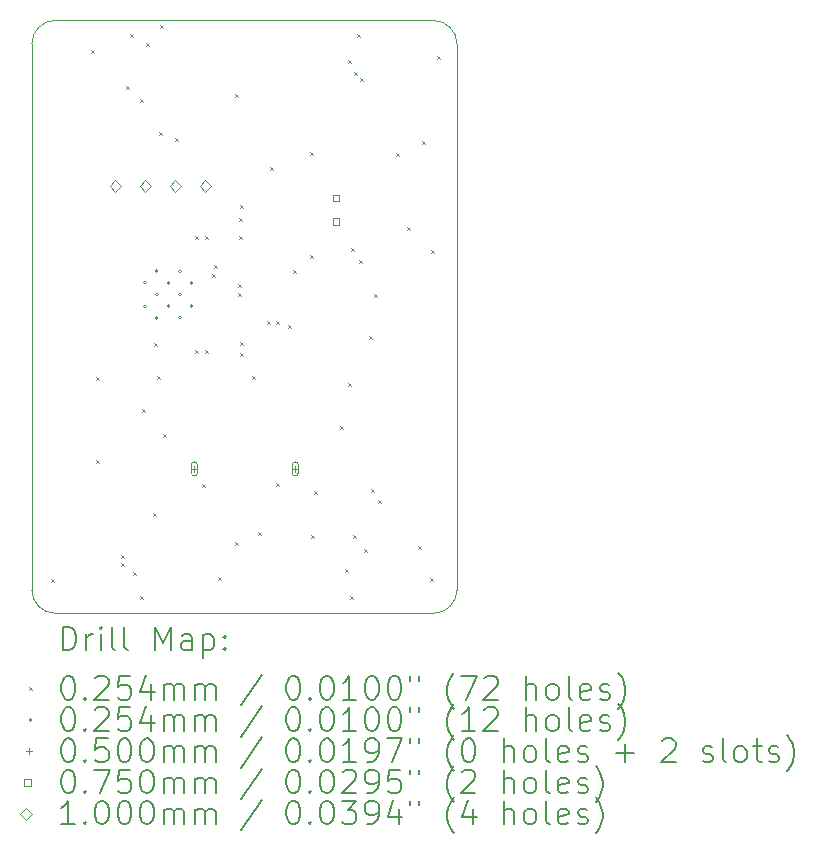
<source format=gbr>
%TF.GenerationSoftware,KiCad,Pcbnew,8.0.2*%
%TF.CreationDate,2024-08-19T18:01:00-05:00*%
%TF.ProjectId,tank,74616e6b-2e6b-4696-9361-645f70636258,rev?*%
%TF.SameCoordinates,Original*%
%TF.FileFunction,Drillmap*%
%TF.FilePolarity,Positive*%
%FSLAX45Y45*%
G04 Gerber Fmt 4.5, Leading zero omitted, Abs format (unit mm)*
G04 Created by KiCad (PCBNEW 8.0.2) date 2024-08-19 18:01:00*
%MOMM*%
%LPD*%
G01*
G04 APERTURE LIST*
%ADD10C,0.000254*%
%ADD11C,0.200000*%
%ADD12C,0.100000*%
G04 APERTURE END LIST*
D10*
X20088080Y-8678300D02*
X16888080Y-8678300D01*
X20088080Y-8678300D02*
G75*
G02*
X20288080Y-8878300I0J-200000D01*
G01*
X20288080Y-13498500D02*
X20288080Y-8878300D01*
X20288080Y-13498500D02*
G75*
G02*
X20088080Y-13698500I-200000J0D01*
G01*
X16888080Y-13698500D02*
X20088080Y-13698500D01*
X16888080Y-13698500D02*
G75*
G02*
X16688080Y-13498500I0J200000D01*
G01*
X16688080Y-8878300D02*
X16688080Y-13498500D01*
X16688080Y-8878300D02*
G75*
G02*
X16888080Y-8678300I200000J0D01*
G01*
D11*
D12*
X16852900Y-13408660D02*
X16878300Y-13434060D01*
X16878300Y-13408660D02*
X16852900Y-13434060D01*
X17193260Y-8930640D02*
X17218660Y-8956040D01*
X17218660Y-8930640D02*
X17193260Y-8956040D01*
X17233900Y-11699240D02*
X17259300Y-11724640D01*
X17259300Y-11699240D02*
X17233900Y-11724640D01*
X17233900Y-12397740D02*
X17259300Y-12423140D01*
X17259300Y-12397740D02*
X17233900Y-12423140D01*
X17442180Y-13274040D02*
X17467580Y-13299440D01*
X17467580Y-13274040D02*
X17442180Y-13299440D01*
X17447260Y-13200380D02*
X17472660Y-13225780D01*
X17472660Y-13200380D02*
X17447260Y-13225780D01*
X17485360Y-9230360D02*
X17510760Y-9255760D01*
X17510760Y-9230360D02*
X17485360Y-9255760D01*
X17515840Y-8790940D02*
X17541240Y-8816340D01*
X17541240Y-8790940D02*
X17515840Y-8816340D01*
X17543780Y-13347700D02*
X17569180Y-13373100D01*
X17569180Y-13347700D02*
X17543780Y-13373100D01*
X17602200Y-13550900D02*
X17627600Y-13576300D01*
X17627600Y-13550900D02*
X17602200Y-13576300D01*
X17604740Y-9339580D02*
X17630140Y-9364980D01*
X17630140Y-9339580D02*
X17604740Y-9364980D01*
X17625060Y-11965940D02*
X17650460Y-11991340D01*
X17650460Y-11965940D02*
X17625060Y-11991340D01*
X17653000Y-8869680D02*
X17678400Y-8895080D01*
X17678400Y-8869680D02*
X17653000Y-8895080D01*
X17713960Y-12849860D02*
X17739360Y-12875260D01*
X17739360Y-12849860D02*
X17713960Y-12875260D01*
X17724120Y-11407140D02*
X17749520Y-11432540D01*
X17749520Y-11407140D02*
X17724120Y-11432540D01*
X17749520Y-11689080D02*
X17774920Y-11714480D01*
X17774920Y-11689080D02*
X17749520Y-11714480D01*
X17767300Y-9626600D02*
X17792700Y-9652000D01*
X17792700Y-9626600D02*
X17767300Y-9652000D01*
X17774920Y-8714740D02*
X17800320Y-8740140D01*
X17800320Y-8714740D02*
X17774920Y-8740140D01*
X17800320Y-12176760D02*
X17825720Y-12202160D01*
X17825720Y-12176760D02*
X17800320Y-12202160D01*
X17904460Y-9669780D02*
X17929860Y-9695180D01*
X17929860Y-9669780D02*
X17904460Y-9695180D01*
X18067020Y-10502900D02*
X18092420Y-10528300D01*
X18092420Y-10502900D02*
X18067020Y-10528300D01*
X18072100Y-11470640D02*
X18097500Y-11496040D01*
X18097500Y-11470640D02*
X18072100Y-11496040D01*
X18130520Y-12603480D02*
X18155920Y-12628880D01*
X18155920Y-12603480D02*
X18130520Y-12628880D01*
X18150840Y-10500360D02*
X18176240Y-10525760D01*
X18176240Y-10500360D02*
X18150840Y-10525760D01*
X18150840Y-11470640D02*
X18176240Y-11496040D01*
X18176240Y-11470640D02*
X18150840Y-11496040D01*
X18216880Y-10822940D02*
X18242280Y-10848340D01*
X18242280Y-10822940D02*
X18216880Y-10848340D01*
X18232120Y-10746740D02*
X18257520Y-10772140D01*
X18257520Y-10746740D02*
X18232120Y-10772140D01*
X18267680Y-13388340D02*
X18293080Y-13413740D01*
X18293080Y-13388340D02*
X18267680Y-13413740D01*
X18404840Y-9304020D02*
X18430240Y-9329420D01*
X18430240Y-9304020D02*
X18404840Y-9329420D01*
X18404840Y-13093700D02*
X18430240Y-13119100D01*
X18430240Y-13093700D02*
X18404840Y-13119100D01*
X18430240Y-10906760D02*
X18455640Y-10932160D01*
X18455640Y-10906760D02*
X18430240Y-10932160D01*
X18430240Y-10985500D02*
X18455640Y-11010900D01*
X18455640Y-10985500D02*
X18430240Y-11010900D01*
X18440400Y-10347960D02*
X18465800Y-10373360D01*
X18465800Y-10347960D02*
X18440400Y-10373360D01*
X18440400Y-10505440D02*
X18465800Y-10530840D01*
X18465800Y-10505440D02*
X18440400Y-10530840D01*
X18448020Y-10243820D02*
X18473420Y-10269220D01*
X18473420Y-10243820D02*
X18448020Y-10269220D01*
X18450560Y-11490960D02*
X18475960Y-11516360D01*
X18475960Y-11490960D02*
X18450560Y-11516360D01*
X18453100Y-11404600D02*
X18478500Y-11430000D01*
X18478500Y-11404600D02*
X18453100Y-11430000D01*
X18549620Y-11686540D02*
X18575020Y-11711940D01*
X18575020Y-11686540D02*
X18549620Y-11711940D01*
X18605500Y-13009880D02*
X18630900Y-13035280D01*
X18630900Y-13009880D02*
X18605500Y-13035280D01*
X18681700Y-11224260D02*
X18707100Y-11249660D01*
X18707100Y-11224260D02*
X18681700Y-11249660D01*
X18704560Y-9921240D02*
X18729960Y-9946640D01*
X18729960Y-9921240D02*
X18704560Y-9946640D01*
X18752820Y-12593320D02*
X18778220Y-12618720D01*
X18778220Y-12593320D02*
X18752820Y-12618720D01*
X18757900Y-11224260D02*
X18783300Y-11249660D01*
X18783300Y-11224260D02*
X18757900Y-11249660D01*
X18856960Y-11257280D02*
X18882360Y-11282680D01*
X18882360Y-11257280D02*
X18856960Y-11282680D01*
X18902680Y-10792460D02*
X18928080Y-10817860D01*
X18928080Y-10792460D02*
X18902680Y-10817860D01*
X19039840Y-10665460D02*
X19065240Y-10690860D01*
X19065240Y-10665460D02*
X19039840Y-10690860D01*
X19047460Y-9794240D02*
X19072860Y-9819640D01*
X19072860Y-9794240D02*
X19047460Y-9819640D01*
X19052540Y-13032740D02*
X19077940Y-13058140D01*
X19077940Y-13032740D02*
X19052540Y-13058140D01*
X19077940Y-12664440D02*
X19103340Y-12689840D01*
X19103340Y-12664440D02*
X19077940Y-12689840D01*
X19301460Y-12113260D02*
X19326860Y-12138660D01*
X19326860Y-12113260D02*
X19301460Y-12138660D01*
X19339560Y-13319760D02*
X19364960Y-13345160D01*
X19364960Y-13319760D02*
X19339560Y-13345160D01*
X19362420Y-11750040D02*
X19387820Y-11775440D01*
X19387820Y-11750040D02*
X19362420Y-11775440D01*
X19367500Y-9009380D02*
X19392900Y-9034780D01*
X19392900Y-9009380D02*
X19367500Y-9034780D01*
X19380200Y-13548360D02*
X19405600Y-13573760D01*
X19405600Y-13548360D02*
X19380200Y-13573760D01*
X19390360Y-10601960D02*
X19415760Y-10627360D01*
X19415760Y-10601960D02*
X19390360Y-10627360D01*
X19405600Y-13035280D02*
X19431000Y-13060680D01*
X19431000Y-13035280D02*
X19405600Y-13060680D01*
X19418300Y-9118600D02*
X19443700Y-9144000D01*
X19443700Y-9118600D02*
X19418300Y-9144000D01*
X19438620Y-8796020D02*
X19464020Y-8821420D01*
X19464020Y-8796020D02*
X19438620Y-8821420D01*
X19456400Y-10708640D02*
X19481800Y-10734040D01*
X19481800Y-10708640D02*
X19456400Y-10734040D01*
X19469100Y-9169400D02*
X19494500Y-9194800D01*
X19494500Y-9169400D02*
X19469100Y-9194800D01*
X19497040Y-13152120D02*
X19522440Y-13177520D01*
X19522440Y-13152120D02*
X19497040Y-13177520D01*
X19545300Y-11348720D02*
X19570700Y-11374120D01*
X19570700Y-11348720D02*
X19545300Y-11374120D01*
X19560540Y-12641580D02*
X19585940Y-12666980D01*
X19585940Y-12641580D02*
X19560540Y-12666980D01*
X19588480Y-10993120D02*
X19613880Y-11018520D01*
X19613880Y-10993120D02*
X19588480Y-11018520D01*
X19618960Y-12740640D02*
X19644360Y-12766040D01*
X19644360Y-12740640D02*
X19618960Y-12766040D01*
X19771360Y-9799320D02*
X19796760Y-9824720D01*
X19796760Y-9799320D02*
X19771360Y-9824720D01*
X19862800Y-10429240D02*
X19888200Y-10454640D01*
X19888200Y-10429240D02*
X19862800Y-10454640D01*
X19954240Y-13129260D02*
X19979640Y-13154660D01*
X19979640Y-13129260D02*
X19954240Y-13154660D01*
X19994880Y-9695180D02*
X20020280Y-9720580D01*
X20020280Y-9695180D02*
X19994880Y-9720580D01*
X20058380Y-13401040D02*
X20083780Y-13426440D01*
X20083780Y-13401040D02*
X20058380Y-13426440D01*
X20066000Y-10622280D02*
X20091400Y-10647680D01*
X20091400Y-10622280D02*
X20066000Y-10647680D01*
X20116800Y-8976360D02*
X20142200Y-9001760D01*
X20142200Y-8976360D02*
X20116800Y-9001760D01*
X17658480Y-10900750D02*
G75*
G02*
X17633080Y-10900750I-12700J0D01*
G01*
X17633080Y-10900750D02*
G75*
G02*
X17658480Y-10900750I12700J0D01*
G01*
X17658480Y-11098250D02*
G75*
G02*
X17633080Y-11098250I-12700J0D01*
G01*
X17633080Y-11098250D02*
G75*
G02*
X17658480Y-11098250I12700J0D01*
G01*
X17757230Y-10802000D02*
G75*
G02*
X17731830Y-10802000I-12700J0D01*
G01*
X17731830Y-10802000D02*
G75*
G02*
X17757230Y-10802000I12700J0D01*
G01*
X17757230Y-10999500D02*
G75*
G02*
X17731830Y-10999500I-12700J0D01*
G01*
X17731830Y-10999500D02*
G75*
G02*
X17757230Y-10999500I12700J0D01*
G01*
X17757230Y-11197000D02*
G75*
G02*
X17731830Y-11197000I-12700J0D01*
G01*
X17731830Y-11197000D02*
G75*
G02*
X17757230Y-11197000I12700J0D01*
G01*
X17855980Y-10900750D02*
G75*
G02*
X17830580Y-10900750I-12700J0D01*
G01*
X17830580Y-10900750D02*
G75*
G02*
X17855980Y-10900750I12700J0D01*
G01*
X17855980Y-11098250D02*
G75*
G02*
X17830580Y-11098250I-12700J0D01*
G01*
X17830580Y-11098250D02*
G75*
G02*
X17855980Y-11098250I12700J0D01*
G01*
X17954730Y-10802000D02*
G75*
G02*
X17929330Y-10802000I-12700J0D01*
G01*
X17929330Y-10802000D02*
G75*
G02*
X17954730Y-10802000I12700J0D01*
G01*
X17954730Y-10999500D02*
G75*
G02*
X17929330Y-10999500I-12700J0D01*
G01*
X17929330Y-10999500D02*
G75*
G02*
X17954730Y-10999500I12700J0D01*
G01*
X17954730Y-11197000D02*
G75*
G02*
X17929330Y-11197000I-12700J0D01*
G01*
X17929330Y-11197000D02*
G75*
G02*
X17954730Y-11197000I12700J0D01*
G01*
X18053480Y-10900750D02*
G75*
G02*
X18028080Y-10900750I-12700J0D01*
G01*
X18028080Y-10900750D02*
G75*
G02*
X18053480Y-10900750I12700J0D01*
G01*
X18053480Y-11098250D02*
G75*
G02*
X18028080Y-11098250I-12700J0D01*
G01*
X18028080Y-11098250D02*
G75*
G02*
X18053480Y-11098250I12700J0D01*
G01*
X18064200Y-12450060D02*
X18064200Y-12500060D01*
X18039200Y-12475060D02*
X18089200Y-12475060D01*
X18039200Y-12440060D02*
X18039200Y-12510060D01*
X18089200Y-12510060D02*
G75*
G02*
X18039200Y-12510060I-25000J0D01*
G01*
X18089200Y-12510060D02*
X18089200Y-12440060D01*
X18089200Y-12440060D02*
G75*
G03*
X18039200Y-12440060I-25000J0D01*
G01*
X18918200Y-12450060D02*
X18918200Y-12500060D01*
X18893200Y-12475060D02*
X18943200Y-12475060D01*
X18893200Y-12440060D02*
X18893200Y-12510060D01*
X18943200Y-12510060D02*
G75*
G02*
X18893200Y-12510060I-25000J0D01*
G01*
X18943200Y-12510060D02*
X18943200Y-12440060D01*
X18943200Y-12440060D02*
G75*
G03*
X18893200Y-12440060I-25000J0D01*
G01*
X19288217Y-10208437D02*
X19288217Y-10155403D01*
X19235183Y-10155403D01*
X19235183Y-10208437D01*
X19288217Y-10208437D01*
X19288217Y-10408437D02*
X19288217Y-10355403D01*
X19235183Y-10355403D01*
X19235183Y-10408437D01*
X19288217Y-10408437D01*
X17396460Y-10133800D02*
X17446460Y-10083800D01*
X17396460Y-10033800D01*
X17346460Y-10083800D01*
X17396460Y-10133800D01*
X17650460Y-10133800D02*
X17700460Y-10083800D01*
X17650460Y-10033800D01*
X17600460Y-10083800D01*
X17650460Y-10133800D01*
X17904460Y-10133800D02*
X17954460Y-10083800D01*
X17904460Y-10033800D01*
X17854460Y-10083800D01*
X17904460Y-10133800D01*
X18158460Y-10133800D02*
X18208460Y-10083800D01*
X18158460Y-10033800D01*
X18108460Y-10083800D01*
X18158460Y-10133800D01*
D11*
X16948844Y-14009996D02*
X16948844Y-13809996D01*
X16948844Y-13809996D02*
X16996463Y-13809996D01*
X16996463Y-13809996D02*
X17025035Y-13819520D01*
X17025035Y-13819520D02*
X17044082Y-13838568D01*
X17044082Y-13838568D02*
X17053606Y-13857615D01*
X17053606Y-13857615D02*
X17063130Y-13895711D01*
X17063130Y-13895711D02*
X17063130Y-13924282D01*
X17063130Y-13924282D02*
X17053606Y-13962377D01*
X17053606Y-13962377D02*
X17044082Y-13981425D01*
X17044082Y-13981425D02*
X17025035Y-14000473D01*
X17025035Y-14000473D02*
X16996463Y-14009996D01*
X16996463Y-14009996D02*
X16948844Y-14009996D01*
X17148844Y-14009996D02*
X17148844Y-13876663D01*
X17148844Y-13914758D02*
X17158368Y-13895711D01*
X17158368Y-13895711D02*
X17167892Y-13886187D01*
X17167892Y-13886187D02*
X17186939Y-13876663D01*
X17186939Y-13876663D02*
X17205987Y-13876663D01*
X17272654Y-14009996D02*
X17272654Y-13876663D01*
X17272654Y-13809996D02*
X17263130Y-13819520D01*
X17263130Y-13819520D02*
X17272654Y-13829044D01*
X17272654Y-13829044D02*
X17282177Y-13819520D01*
X17282177Y-13819520D02*
X17272654Y-13809996D01*
X17272654Y-13809996D02*
X17272654Y-13829044D01*
X17396463Y-14009996D02*
X17377416Y-14000473D01*
X17377416Y-14000473D02*
X17367892Y-13981425D01*
X17367892Y-13981425D02*
X17367892Y-13809996D01*
X17501225Y-14009996D02*
X17482177Y-14000473D01*
X17482177Y-14000473D02*
X17472654Y-13981425D01*
X17472654Y-13981425D02*
X17472654Y-13809996D01*
X17729797Y-14009996D02*
X17729797Y-13809996D01*
X17729797Y-13809996D02*
X17796463Y-13952854D01*
X17796463Y-13952854D02*
X17863130Y-13809996D01*
X17863130Y-13809996D02*
X17863130Y-14009996D01*
X18044082Y-14009996D02*
X18044082Y-13905235D01*
X18044082Y-13905235D02*
X18034558Y-13886187D01*
X18034558Y-13886187D02*
X18015511Y-13876663D01*
X18015511Y-13876663D02*
X17977416Y-13876663D01*
X17977416Y-13876663D02*
X17958368Y-13886187D01*
X18044082Y-14000473D02*
X18025035Y-14009996D01*
X18025035Y-14009996D02*
X17977416Y-14009996D01*
X17977416Y-14009996D02*
X17958368Y-14000473D01*
X17958368Y-14000473D02*
X17948844Y-13981425D01*
X17948844Y-13981425D02*
X17948844Y-13962377D01*
X17948844Y-13962377D02*
X17958368Y-13943330D01*
X17958368Y-13943330D02*
X17977416Y-13933806D01*
X17977416Y-13933806D02*
X18025035Y-13933806D01*
X18025035Y-13933806D02*
X18044082Y-13924282D01*
X18139320Y-13876663D02*
X18139320Y-14076663D01*
X18139320Y-13886187D02*
X18158368Y-13876663D01*
X18158368Y-13876663D02*
X18196463Y-13876663D01*
X18196463Y-13876663D02*
X18215511Y-13886187D01*
X18215511Y-13886187D02*
X18225035Y-13895711D01*
X18225035Y-13895711D02*
X18234558Y-13914758D01*
X18234558Y-13914758D02*
X18234558Y-13971901D01*
X18234558Y-13971901D02*
X18225035Y-13990949D01*
X18225035Y-13990949D02*
X18215511Y-14000473D01*
X18215511Y-14000473D02*
X18196463Y-14009996D01*
X18196463Y-14009996D02*
X18158368Y-14009996D01*
X18158368Y-14009996D02*
X18139320Y-14000473D01*
X18320273Y-13990949D02*
X18329797Y-14000473D01*
X18329797Y-14000473D02*
X18320273Y-14009996D01*
X18320273Y-14009996D02*
X18310749Y-14000473D01*
X18310749Y-14000473D02*
X18320273Y-13990949D01*
X18320273Y-13990949D02*
X18320273Y-14009996D01*
X18320273Y-13886187D02*
X18329797Y-13895711D01*
X18329797Y-13895711D02*
X18320273Y-13905235D01*
X18320273Y-13905235D02*
X18310749Y-13895711D01*
X18310749Y-13895711D02*
X18320273Y-13886187D01*
X18320273Y-13886187D02*
X18320273Y-13905235D01*
D12*
X16662667Y-14325813D02*
X16688067Y-14351213D01*
X16688067Y-14325813D02*
X16662667Y-14351213D01*
D11*
X16986939Y-14229996D02*
X17005987Y-14229996D01*
X17005987Y-14229996D02*
X17025035Y-14239520D01*
X17025035Y-14239520D02*
X17034558Y-14249044D01*
X17034558Y-14249044D02*
X17044082Y-14268092D01*
X17044082Y-14268092D02*
X17053606Y-14306187D01*
X17053606Y-14306187D02*
X17053606Y-14353806D01*
X17053606Y-14353806D02*
X17044082Y-14391901D01*
X17044082Y-14391901D02*
X17034558Y-14410949D01*
X17034558Y-14410949D02*
X17025035Y-14420473D01*
X17025035Y-14420473D02*
X17005987Y-14429996D01*
X17005987Y-14429996D02*
X16986939Y-14429996D01*
X16986939Y-14429996D02*
X16967892Y-14420473D01*
X16967892Y-14420473D02*
X16958368Y-14410949D01*
X16958368Y-14410949D02*
X16948844Y-14391901D01*
X16948844Y-14391901D02*
X16939320Y-14353806D01*
X16939320Y-14353806D02*
X16939320Y-14306187D01*
X16939320Y-14306187D02*
X16948844Y-14268092D01*
X16948844Y-14268092D02*
X16958368Y-14249044D01*
X16958368Y-14249044D02*
X16967892Y-14239520D01*
X16967892Y-14239520D02*
X16986939Y-14229996D01*
X17139320Y-14410949D02*
X17148844Y-14420473D01*
X17148844Y-14420473D02*
X17139320Y-14429996D01*
X17139320Y-14429996D02*
X17129797Y-14420473D01*
X17129797Y-14420473D02*
X17139320Y-14410949D01*
X17139320Y-14410949D02*
X17139320Y-14429996D01*
X17225035Y-14249044D02*
X17234558Y-14239520D01*
X17234558Y-14239520D02*
X17253606Y-14229996D01*
X17253606Y-14229996D02*
X17301225Y-14229996D01*
X17301225Y-14229996D02*
X17320273Y-14239520D01*
X17320273Y-14239520D02*
X17329797Y-14249044D01*
X17329797Y-14249044D02*
X17339320Y-14268092D01*
X17339320Y-14268092D02*
X17339320Y-14287139D01*
X17339320Y-14287139D02*
X17329797Y-14315711D01*
X17329797Y-14315711D02*
X17215511Y-14429996D01*
X17215511Y-14429996D02*
X17339320Y-14429996D01*
X17520273Y-14229996D02*
X17425035Y-14229996D01*
X17425035Y-14229996D02*
X17415511Y-14325235D01*
X17415511Y-14325235D02*
X17425035Y-14315711D01*
X17425035Y-14315711D02*
X17444082Y-14306187D01*
X17444082Y-14306187D02*
X17491701Y-14306187D01*
X17491701Y-14306187D02*
X17510749Y-14315711D01*
X17510749Y-14315711D02*
X17520273Y-14325235D01*
X17520273Y-14325235D02*
X17529797Y-14344282D01*
X17529797Y-14344282D02*
X17529797Y-14391901D01*
X17529797Y-14391901D02*
X17520273Y-14410949D01*
X17520273Y-14410949D02*
X17510749Y-14420473D01*
X17510749Y-14420473D02*
X17491701Y-14429996D01*
X17491701Y-14429996D02*
X17444082Y-14429996D01*
X17444082Y-14429996D02*
X17425035Y-14420473D01*
X17425035Y-14420473D02*
X17415511Y-14410949D01*
X17701225Y-14296663D02*
X17701225Y-14429996D01*
X17653606Y-14220473D02*
X17605987Y-14363330D01*
X17605987Y-14363330D02*
X17729797Y-14363330D01*
X17805987Y-14429996D02*
X17805987Y-14296663D01*
X17805987Y-14315711D02*
X17815511Y-14306187D01*
X17815511Y-14306187D02*
X17834558Y-14296663D01*
X17834558Y-14296663D02*
X17863130Y-14296663D01*
X17863130Y-14296663D02*
X17882178Y-14306187D01*
X17882178Y-14306187D02*
X17891701Y-14325235D01*
X17891701Y-14325235D02*
X17891701Y-14429996D01*
X17891701Y-14325235D02*
X17901225Y-14306187D01*
X17901225Y-14306187D02*
X17920273Y-14296663D01*
X17920273Y-14296663D02*
X17948844Y-14296663D01*
X17948844Y-14296663D02*
X17967892Y-14306187D01*
X17967892Y-14306187D02*
X17977416Y-14325235D01*
X17977416Y-14325235D02*
X17977416Y-14429996D01*
X18072654Y-14429996D02*
X18072654Y-14296663D01*
X18072654Y-14315711D02*
X18082178Y-14306187D01*
X18082178Y-14306187D02*
X18101225Y-14296663D01*
X18101225Y-14296663D02*
X18129797Y-14296663D01*
X18129797Y-14296663D02*
X18148844Y-14306187D01*
X18148844Y-14306187D02*
X18158368Y-14325235D01*
X18158368Y-14325235D02*
X18158368Y-14429996D01*
X18158368Y-14325235D02*
X18167892Y-14306187D01*
X18167892Y-14306187D02*
X18186939Y-14296663D01*
X18186939Y-14296663D02*
X18215511Y-14296663D01*
X18215511Y-14296663D02*
X18234559Y-14306187D01*
X18234559Y-14306187D02*
X18244082Y-14325235D01*
X18244082Y-14325235D02*
X18244082Y-14429996D01*
X18634559Y-14220473D02*
X18463130Y-14477615D01*
X18891701Y-14229996D02*
X18910749Y-14229996D01*
X18910749Y-14229996D02*
X18929797Y-14239520D01*
X18929797Y-14239520D02*
X18939321Y-14249044D01*
X18939321Y-14249044D02*
X18948844Y-14268092D01*
X18948844Y-14268092D02*
X18958368Y-14306187D01*
X18958368Y-14306187D02*
X18958368Y-14353806D01*
X18958368Y-14353806D02*
X18948844Y-14391901D01*
X18948844Y-14391901D02*
X18939321Y-14410949D01*
X18939321Y-14410949D02*
X18929797Y-14420473D01*
X18929797Y-14420473D02*
X18910749Y-14429996D01*
X18910749Y-14429996D02*
X18891701Y-14429996D01*
X18891701Y-14429996D02*
X18872654Y-14420473D01*
X18872654Y-14420473D02*
X18863130Y-14410949D01*
X18863130Y-14410949D02*
X18853606Y-14391901D01*
X18853606Y-14391901D02*
X18844082Y-14353806D01*
X18844082Y-14353806D02*
X18844082Y-14306187D01*
X18844082Y-14306187D02*
X18853606Y-14268092D01*
X18853606Y-14268092D02*
X18863130Y-14249044D01*
X18863130Y-14249044D02*
X18872654Y-14239520D01*
X18872654Y-14239520D02*
X18891701Y-14229996D01*
X19044082Y-14410949D02*
X19053606Y-14420473D01*
X19053606Y-14420473D02*
X19044082Y-14429996D01*
X19044082Y-14429996D02*
X19034559Y-14420473D01*
X19034559Y-14420473D02*
X19044082Y-14410949D01*
X19044082Y-14410949D02*
X19044082Y-14429996D01*
X19177416Y-14229996D02*
X19196463Y-14229996D01*
X19196463Y-14229996D02*
X19215511Y-14239520D01*
X19215511Y-14239520D02*
X19225035Y-14249044D01*
X19225035Y-14249044D02*
X19234559Y-14268092D01*
X19234559Y-14268092D02*
X19244082Y-14306187D01*
X19244082Y-14306187D02*
X19244082Y-14353806D01*
X19244082Y-14353806D02*
X19234559Y-14391901D01*
X19234559Y-14391901D02*
X19225035Y-14410949D01*
X19225035Y-14410949D02*
X19215511Y-14420473D01*
X19215511Y-14420473D02*
X19196463Y-14429996D01*
X19196463Y-14429996D02*
X19177416Y-14429996D01*
X19177416Y-14429996D02*
X19158368Y-14420473D01*
X19158368Y-14420473D02*
X19148844Y-14410949D01*
X19148844Y-14410949D02*
X19139321Y-14391901D01*
X19139321Y-14391901D02*
X19129797Y-14353806D01*
X19129797Y-14353806D02*
X19129797Y-14306187D01*
X19129797Y-14306187D02*
X19139321Y-14268092D01*
X19139321Y-14268092D02*
X19148844Y-14249044D01*
X19148844Y-14249044D02*
X19158368Y-14239520D01*
X19158368Y-14239520D02*
X19177416Y-14229996D01*
X19434559Y-14429996D02*
X19320273Y-14429996D01*
X19377416Y-14429996D02*
X19377416Y-14229996D01*
X19377416Y-14229996D02*
X19358368Y-14258568D01*
X19358368Y-14258568D02*
X19339321Y-14277615D01*
X19339321Y-14277615D02*
X19320273Y-14287139D01*
X19558368Y-14229996D02*
X19577416Y-14229996D01*
X19577416Y-14229996D02*
X19596463Y-14239520D01*
X19596463Y-14239520D02*
X19605987Y-14249044D01*
X19605987Y-14249044D02*
X19615511Y-14268092D01*
X19615511Y-14268092D02*
X19625035Y-14306187D01*
X19625035Y-14306187D02*
X19625035Y-14353806D01*
X19625035Y-14353806D02*
X19615511Y-14391901D01*
X19615511Y-14391901D02*
X19605987Y-14410949D01*
X19605987Y-14410949D02*
X19596463Y-14420473D01*
X19596463Y-14420473D02*
X19577416Y-14429996D01*
X19577416Y-14429996D02*
X19558368Y-14429996D01*
X19558368Y-14429996D02*
X19539321Y-14420473D01*
X19539321Y-14420473D02*
X19529797Y-14410949D01*
X19529797Y-14410949D02*
X19520273Y-14391901D01*
X19520273Y-14391901D02*
X19510749Y-14353806D01*
X19510749Y-14353806D02*
X19510749Y-14306187D01*
X19510749Y-14306187D02*
X19520273Y-14268092D01*
X19520273Y-14268092D02*
X19529797Y-14249044D01*
X19529797Y-14249044D02*
X19539321Y-14239520D01*
X19539321Y-14239520D02*
X19558368Y-14229996D01*
X19748844Y-14229996D02*
X19767892Y-14229996D01*
X19767892Y-14229996D02*
X19786940Y-14239520D01*
X19786940Y-14239520D02*
X19796463Y-14249044D01*
X19796463Y-14249044D02*
X19805987Y-14268092D01*
X19805987Y-14268092D02*
X19815511Y-14306187D01*
X19815511Y-14306187D02*
X19815511Y-14353806D01*
X19815511Y-14353806D02*
X19805987Y-14391901D01*
X19805987Y-14391901D02*
X19796463Y-14410949D01*
X19796463Y-14410949D02*
X19786940Y-14420473D01*
X19786940Y-14420473D02*
X19767892Y-14429996D01*
X19767892Y-14429996D02*
X19748844Y-14429996D01*
X19748844Y-14429996D02*
X19729797Y-14420473D01*
X19729797Y-14420473D02*
X19720273Y-14410949D01*
X19720273Y-14410949D02*
X19710749Y-14391901D01*
X19710749Y-14391901D02*
X19701225Y-14353806D01*
X19701225Y-14353806D02*
X19701225Y-14306187D01*
X19701225Y-14306187D02*
X19710749Y-14268092D01*
X19710749Y-14268092D02*
X19720273Y-14249044D01*
X19720273Y-14249044D02*
X19729797Y-14239520D01*
X19729797Y-14239520D02*
X19748844Y-14229996D01*
X19891702Y-14229996D02*
X19891702Y-14268092D01*
X19967892Y-14229996D02*
X19967892Y-14268092D01*
X20263130Y-14506187D02*
X20253606Y-14496663D01*
X20253606Y-14496663D02*
X20234559Y-14468092D01*
X20234559Y-14468092D02*
X20225035Y-14449044D01*
X20225035Y-14449044D02*
X20215511Y-14420473D01*
X20215511Y-14420473D02*
X20205987Y-14372854D01*
X20205987Y-14372854D02*
X20205987Y-14334758D01*
X20205987Y-14334758D02*
X20215511Y-14287139D01*
X20215511Y-14287139D02*
X20225035Y-14258568D01*
X20225035Y-14258568D02*
X20234559Y-14239520D01*
X20234559Y-14239520D02*
X20253606Y-14210949D01*
X20253606Y-14210949D02*
X20263130Y-14201425D01*
X20320273Y-14229996D02*
X20453606Y-14229996D01*
X20453606Y-14229996D02*
X20367892Y-14429996D01*
X20520273Y-14249044D02*
X20529797Y-14239520D01*
X20529797Y-14239520D02*
X20548844Y-14229996D01*
X20548844Y-14229996D02*
X20596464Y-14229996D01*
X20596464Y-14229996D02*
X20615511Y-14239520D01*
X20615511Y-14239520D02*
X20625035Y-14249044D01*
X20625035Y-14249044D02*
X20634559Y-14268092D01*
X20634559Y-14268092D02*
X20634559Y-14287139D01*
X20634559Y-14287139D02*
X20625035Y-14315711D01*
X20625035Y-14315711D02*
X20510749Y-14429996D01*
X20510749Y-14429996D02*
X20634559Y-14429996D01*
X20872654Y-14429996D02*
X20872654Y-14229996D01*
X20958368Y-14429996D02*
X20958368Y-14325235D01*
X20958368Y-14325235D02*
X20948845Y-14306187D01*
X20948845Y-14306187D02*
X20929797Y-14296663D01*
X20929797Y-14296663D02*
X20901225Y-14296663D01*
X20901225Y-14296663D02*
X20882178Y-14306187D01*
X20882178Y-14306187D02*
X20872654Y-14315711D01*
X21082178Y-14429996D02*
X21063130Y-14420473D01*
X21063130Y-14420473D02*
X21053606Y-14410949D01*
X21053606Y-14410949D02*
X21044083Y-14391901D01*
X21044083Y-14391901D02*
X21044083Y-14334758D01*
X21044083Y-14334758D02*
X21053606Y-14315711D01*
X21053606Y-14315711D02*
X21063130Y-14306187D01*
X21063130Y-14306187D02*
X21082178Y-14296663D01*
X21082178Y-14296663D02*
X21110749Y-14296663D01*
X21110749Y-14296663D02*
X21129797Y-14306187D01*
X21129797Y-14306187D02*
X21139321Y-14315711D01*
X21139321Y-14315711D02*
X21148845Y-14334758D01*
X21148845Y-14334758D02*
X21148845Y-14391901D01*
X21148845Y-14391901D02*
X21139321Y-14410949D01*
X21139321Y-14410949D02*
X21129797Y-14420473D01*
X21129797Y-14420473D02*
X21110749Y-14429996D01*
X21110749Y-14429996D02*
X21082178Y-14429996D01*
X21263130Y-14429996D02*
X21244083Y-14420473D01*
X21244083Y-14420473D02*
X21234559Y-14401425D01*
X21234559Y-14401425D02*
X21234559Y-14229996D01*
X21415511Y-14420473D02*
X21396464Y-14429996D01*
X21396464Y-14429996D02*
X21358368Y-14429996D01*
X21358368Y-14429996D02*
X21339321Y-14420473D01*
X21339321Y-14420473D02*
X21329797Y-14401425D01*
X21329797Y-14401425D02*
X21329797Y-14325235D01*
X21329797Y-14325235D02*
X21339321Y-14306187D01*
X21339321Y-14306187D02*
X21358368Y-14296663D01*
X21358368Y-14296663D02*
X21396464Y-14296663D01*
X21396464Y-14296663D02*
X21415511Y-14306187D01*
X21415511Y-14306187D02*
X21425035Y-14325235D01*
X21425035Y-14325235D02*
X21425035Y-14344282D01*
X21425035Y-14344282D02*
X21329797Y-14363330D01*
X21501226Y-14420473D02*
X21520273Y-14429996D01*
X21520273Y-14429996D02*
X21558368Y-14429996D01*
X21558368Y-14429996D02*
X21577416Y-14420473D01*
X21577416Y-14420473D02*
X21586940Y-14401425D01*
X21586940Y-14401425D02*
X21586940Y-14391901D01*
X21586940Y-14391901D02*
X21577416Y-14372854D01*
X21577416Y-14372854D02*
X21558368Y-14363330D01*
X21558368Y-14363330D02*
X21529797Y-14363330D01*
X21529797Y-14363330D02*
X21510749Y-14353806D01*
X21510749Y-14353806D02*
X21501226Y-14334758D01*
X21501226Y-14334758D02*
X21501226Y-14325235D01*
X21501226Y-14325235D02*
X21510749Y-14306187D01*
X21510749Y-14306187D02*
X21529797Y-14296663D01*
X21529797Y-14296663D02*
X21558368Y-14296663D01*
X21558368Y-14296663D02*
X21577416Y-14306187D01*
X21653607Y-14506187D02*
X21663130Y-14496663D01*
X21663130Y-14496663D02*
X21682178Y-14468092D01*
X21682178Y-14468092D02*
X21691702Y-14449044D01*
X21691702Y-14449044D02*
X21701226Y-14420473D01*
X21701226Y-14420473D02*
X21710749Y-14372854D01*
X21710749Y-14372854D02*
X21710749Y-14334758D01*
X21710749Y-14334758D02*
X21701226Y-14287139D01*
X21701226Y-14287139D02*
X21691702Y-14258568D01*
X21691702Y-14258568D02*
X21682178Y-14239520D01*
X21682178Y-14239520D02*
X21663130Y-14210949D01*
X21663130Y-14210949D02*
X21653607Y-14201425D01*
D12*
X16688067Y-14602513D02*
G75*
G02*
X16662667Y-14602513I-12700J0D01*
G01*
X16662667Y-14602513D02*
G75*
G02*
X16688067Y-14602513I12700J0D01*
G01*
D11*
X16986939Y-14493996D02*
X17005987Y-14493996D01*
X17005987Y-14493996D02*
X17025035Y-14503520D01*
X17025035Y-14503520D02*
X17034558Y-14513044D01*
X17034558Y-14513044D02*
X17044082Y-14532092D01*
X17044082Y-14532092D02*
X17053606Y-14570187D01*
X17053606Y-14570187D02*
X17053606Y-14617806D01*
X17053606Y-14617806D02*
X17044082Y-14655901D01*
X17044082Y-14655901D02*
X17034558Y-14674949D01*
X17034558Y-14674949D02*
X17025035Y-14684473D01*
X17025035Y-14684473D02*
X17005987Y-14693996D01*
X17005987Y-14693996D02*
X16986939Y-14693996D01*
X16986939Y-14693996D02*
X16967892Y-14684473D01*
X16967892Y-14684473D02*
X16958368Y-14674949D01*
X16958368Y-14674949D02*
X16948844Y-14655901D01*
X16948844Y-14655901D02*
X16939320Y-14617806D01*
X16939320Y-14617806D02*
X16939320Y-14570187D01*
X16939320Y-14570187D02*
X16948844Y-14532092D01*
X16948844Y-14532092D02*
X16958368Y-14513044D01*
X16958368Y-14513044D02*
X16967892Y-14503520D01*
X16967892Y-14503520D02*
X16986939Y-14493996D01*
X17139320Y-14674949D02*
X17148844Y-14684473D01*
X17148844Y-14684473D02*
X17139320Y-14693996D01*
X17139320Y-14693996D02*
X17129797Y-14684473D01*
X17129797Y-14684473D02*
X17139320Y-14674949D01*
X17139320Y-14674949D02*
X17139320Y-14693996D01*
X17225035Y-14513044D02*
X17234558Y-14503520D01*
X17234558Y-14503520D02*
X17253606Y-14493996D01*
X17253606Y-14493996D02*
X17301225Y-14493996D01*
X17301225Y-14493996D02*
X17320273Y-14503520D01*
X17320273Y-14503520D02*
X17329797Y-14513044D01*
X17329797Y-14513044D02*
X17339320Y-14532092D01*
X17339320Y-14532092D02*
X17339320Y-14551139D01*
X17339320Y-14551139D02*
X17329797Y-14579711D01*
X17329797Y-14579711D02*
X17215511Y-14693996D01*
X17215511Y-14693996D02*
X17339320Y-14693996D01*
X17520273Y-14493996D02*
X17425035Y-14493996D01*
X17425035Y-14493996D02*
X17415511Y-14589235D01*
X17415511Y-14589235D02*
X17425035Y-14579711D01*
X17425035Y-14579711D02*
X17444082Y-14570187D01*
X17444082Y-14570187D02*
X17491701Y-14570187D01*
X17491701Y-14570187D02*
X17510749Y-14579711D01*
X17510749Y-14579711D02*
X17520273Y-14589235D01*
X17520273Y-14589235D02*
X17529797Y-14608282D01*
X17529797Y-14608282D02*
X17529797Y-14655901D01*
X17529797Y-14655901D02*
X17520273Y-14674949D01*
X17520273Y-14674949D02*
X17510749Y-14684473D01*
X17510749Y-14684473D02*
X17491701Y-14693996D01*
X17491701Y-14693996D02*
X17444082Y-14693996D01*
X17444082Y-14693996D02*
X17425035Y-14684473D01*
X17425035Y-14684473D02*
X17415511Y-14674949D01*
X17701225Y-14560663D02*
X17701225Y-14693996D01*
X17653606Y-14484473D02*
X17605987Y-14627330D01*
X17605987Y-14627330D02*
X17729797Y-14627330D01*
X17805987Y-14693996D02*
X17805987Y-14560663D01*
X17805987Y-14579711D02*
X17815511Y-14570187D01*
X17815511Y-14570187D02*
X17834558Y-14560663D01*
X17834558Y-14560663D02*
X17863130Y-14560663D01*
X17863130Y-14560663D02*
X17882178Y-14570187D01*
X17882178Y-14570187D02*
X17891701Y-14589235D01*
X17891701Y-14589235D02*
X17891701Y-14693996D01*
X17891701Y-14589235D02*
X17901225Y-14570187D01*
X17901225Y-14570187D02*
X17920273Y-14560663D01*
X17920273Y-14560663D02*
X17948844Y-14560663D01*
X17948844Y-14560663D02*
X17967892Y-14570187D01*
X17967892Y-14570187D02*
X17977416Y-14589235D01*
X17977416Y-14589235D02*
X17977416Y-14693996D01*
X18072654Y-14693996D02*
X18072654Y-14560663D01*
X18072654Y-14579711D02*
X18082178Y-14570187D01*
X18082178Y-14570187D02*
X18101225Y-14560663D01*
X18101225Y-14560663D02*
X18129797Y-14560663D01*
X18129797Y-14560663D02*
X18148844Y-14570187D01*
X18148844Y-14570187D02*
X18158368Y-14589235D01*
X18158368Y-14589235D02*
X18158368Y-14693996D01*
X18158368Y-14589235D02*
X18167892Y-14570187D01*
X18167892Y-14570187D02*
X18186939Y-14560663D01*
X18186939Y-14560663D02*
X18215511Y-14560663D01*
X18215511Y-14560663D02*
X18234559Y-14570187D01*
X18234559Y-14570187D02*
X18244082Y-14589235D01*
X18244082Y-14589235D02*
X18244082Y-14693996D01*
X18634559Y-14484473D02*
X18463130Y-14741615D01*
X18891701Y-14493996D02*
X18910749Y-14493996D01*
X18910749Y-14493996D02*
X18929797Y-14503520D01*
X18929797Y-14503520D02*
X18939321Y-14513044D01*
X18939321Y-14513044D02*
X18948844Y-14532092D01*
X18948844Y-14532092D02*
X18958368Y-14570187D01*
X18958368Y-14570187D02*
X18958368Y-14617806D01*
X18958368Y-14617806D02*
X18948844Y-14655901D01*
X18948844Y-14655901D02*
X18939321Y-14674949D01*
X18939321Y-14674949D02*
X18929797Y-14684473D01*
X18929797Y-14684473D02*
X18910749Y-14693996D01*
X18910749Y-14693996D02*
X18891701Y-14693996D01*
X18891701Y-14693996D02*
X18872654Y-14684473D01*
X18872654Y-14684473D02*
X18863130Y-14674949D01*
X18863130Y-14674949D02*
X18853606Y-14655901D01*
X18853606Y-14655901D02*
X18844082Y-14617806D01*
X18844082Y-14617806D02*
X18844082Y-14570187D01*
X18844082Y-14570187D02*
X18853606Y-14532092D01*
X18853606Y-14532092D02*
X18863130Y-14513044D01*
X18863130Y-14513044D02*
X18872654Y-14503520D01*
X18872654Y-14503520D02*
X18891701Y-14493996D01*
X19044082Y-14674949D02*
X19053606Y-14684473D01*
X19053606Y-14684473D02*
X19044082Y-14693996D01*
X19044082Y-14693996D02*
X19034559Y-14684473D01*
X19034559Y-14684473D02*
X19044082Y-14674949D01*
X19044082Y-14674949D02*
X19044082Y-14693996D01*
X19177416Y-14493996D02*
X19196463Y-14493996D01*
X19196463Y-14493996D02*
X19215511Y-14503520D01*
X19215511Y-14503520D02*
X19225035Y-14513044D01*
X19225035Y-14513044D02*
X19234559Y-14532092D01*
X19234559Y-14532092D02*
X19244082Y-14570187D01*
X19244082Y-14570187D02*
X19244082Y-14617806D01*
X19244082Y-14617806D02*
X19234559Y-14655901D01*
X19234559Y-14655901D02*
X19225035Y-14674949D01*
X19225035Y-14674949D02*
X19215511Y-14684473D01*
X19215511Y-14684473D02*
X19196463Y-14693996D01*
X19196463Y-14693996D02*
X19177416Y-14693996D01*
X19177416Y-14693996D02*
X19158368Y-14684473D01*
X19158368Y-14684473D02*
X19148844Y-14674949D01*
X19148844Y-14674949D02*
X19139321Y-14655901D01*
X19139321Y-14655901D02*
X19129797Y-14617806D01*
X19129797Y-14617806D02*
X19129797Y-14570187D01*
X19129797Y-14570187D02*
X19139321Y-14532092D01*
X19139321Y-14532092D02*
X19148844Y-14513044D01*
X19148844Y-14513044D02*
X19158368Y-14503520D01*
X19158368Y-14503520D02*
X19177416Y-14493996D01*
X19434559Y-14693996D02*
X19320273Y-14693996D01*
X19377416Y-14693996D02*
X19377416Y-14493996D01*
X19377416Y-14493996D02*
X19358368Y-14522568D01*
X19358368Y-14522568D02*
X19339321Y-14541615D01*
X19339321Y-14541615D02*
X19320273Y-14551139D01*
X19558368Y-14493996D02*
X19577416Y-14493996D01*
X19577416Y-14493996D02*
X19596463Y-14503520D01*
X19596463Y-14503520D02*
X19605987Y-14513044D01*
X19605987Y-14513044D02*
X19615511Y-14532092D01*
X19615511Y-14532092D02*
X19625035Y-14570187D01*
X19625035Y-14570187D02*
X19625035Y-14617806D01*
X19625035Y-14617806D02*
X19615511Y-14655901D01*
X19615511Y-14655901D02*
X19605987Y-14674949D01*
X19605987Y-14674949D02*
X19596463Y-14684473D01*
X19596463Y-14684473D02*
X19577416Y-14693996D01*
X19577416Y-14693996D02*
X19558368Y-14693996D01*
X19558368Y-14693996D02*
X19539321Y-14684473D01*
X19539321Y-14684473D02*
X19529797Y-14674949D01*
X19529797Y-14674949D02*
X19520273Y-14655901D01*
X19520273Y-14655901D02*
X19510749Y-14617806D01*
X19510749Y-14617806D02*
X19510749Y-14570187D01*
X19510749Y-14570187D02*
X19520273Y-14532092D01*
X19520273Y-14532092D02*
X19529797Y-14513044D01*
X19529797Y-14513044D02*
X19539321Y-14503520D01*
X19539321Y-14503520D02*
X19558368Y-14493996D01*
X19748844Y-14493996D02*
X19767892Y-14493996D01*
X19767892Y-14493996D02*
X19786940Y-14503520D01*
X19786940Y-14503520D02*
X19796463Y-14513044D01*
X19796463Y-14513044D02*
X19805987Y-14532092D01*
X19805987Y-14532092D02*
X19815511Y-14570187D01*
X19815511Y-14570187D02*
X19815511Y-14617806D01*
X19815511Y-14617806D02*
X19805987Y-14655901D01*
X19805987Y-14655901D02*
X19796463Y-14674949D01*
X19796463Y-14674949D02*
X19786940Y-14684473D01*
X19786940Y-14684473D02*
X19767892Y-14693996D01*
X19767892Y-14693996D02*
X19748844Y-14693996D01*
X19748844Y-14693996D02*
X19729797Y-14684473D01*
X19729797Y-14684473D02*
X19720273Y-14674949D01*
X19720273Y-14674949D02*
X19710749Y-14655901D01*
X19710749Y-14655901D02*
X19701225Y-14617806D01*
X19701225Y-14617806D02*
X19701225Y-14570187D01*
X19701225Y-14570187D02*
X19710749Y-14532092D01*
X19710749Y-14532092D02*
X19720273Y-14513044D01*
X19720273Y-14513044D02*
X19729797Y-14503520D01*
X19729797Y-14503520D02*
X19748844Y-14493996D01*
X19891702Y-14493996D02*
X19891702Y-14532092D01*
X19967892Y-14493996D02*
X19967892Y-14532092D01*
X20263130Y-14770187D02*
X20253606Y-14760663D01*
X20253606Y-14760663D02*
X20234559Y-14732092D01*
X20234559Y-14732092D02*
X20225035Y-14713044D01*
X20225035Y-14713044D02*
X20215511Y-14684473D01*
X20215511Y-14684473D02*
X20205987Y-14636854D01*
X20205987Y-14636854D02*
X20205987Y-14598758D01*
X20205987Y-14598758D02*
X20215511Y-14551139D01*
X20215511Y-14551139D02*
X20225035Y-14522568D01*
X20225035Y-14522568D02*
X20234559Y-14503520D01*
X20234559Y-14503520D02*
X20253606Y-14474949D01*
X20253606Y-14474949D02*
X20263130Y-14465425D01*
X20444083Y-14693996D02*
X20329797Y-14693996D01*
X20386940Y-14693996D02*
X20386940Y-14493996D01*
X20386940Y-14493996D02*
X20367892Y-14522568D01*
X20367892Y-14522568D02*
X20348844Y-14541615D01*
X20348844Y-14541615D02*
X20329797Y-14551139D01*
X20520273Y-14513044D02*
X20529797Y-14503520D01*
X20529797Y-14503520D02*
X20548844Y-14493996D01*
X20548844Y-14493996D02*
X20596464Y-14493996D01*
X20596464Y-14493996D02*
X20615511Y-14503520D01*
X20615511Y-14503520D02*
X20625035Y-14513044D01*
X20625035Y-14513044D02*
X20634559Y-14532092D01*
X20634559Y-14532092D02*
X20634559Y-14551139D01*
X20634559Y-14551139D02*
X20625035Y-14579711D01*
X20625035Y-14579711D02*
X20510749Y-14693996D01*
X20510749Y-14693996D02*
X20634559Y-14693996D01*
X20872654Y-14693996D02*
X20872654Y-14493996D01*
X20958368Y-14693996D02*
X20958368Y-14589235D01*
X20958368Y-14589235D02*
X20948845Y-14570187D01*
X20948845Y-14570187D02*
X20929797Y-14560663D01*
X20929797Y-14560663D02*
X20901225Y-14560663D01*
X20901225Y-14560663D02*
X20882178Y-14570187D01*
X20882178Y-14570187D02*
X20872654Y-14579711D01*
X21082178Y-14693996D02*
X21063130Y-14684473D01*
X21063130Y-14684473D02*
X21053606Y-14674949D01*
X21053606Y-14674949D02*
X21044083Y-14655901D01*
X21044083Y-14655901D02*
X21044083Y-14598758D01*
X21044083Y-14598758D02*
X21053606Y-14579711D01*
X21053606Y-14579711D02*
X21063130Y-14570187D01*
X21063130Y-14570187D02*
X21082178Y-14560663D01*
X21082178Y-14560663D02*
X21110749Y-14560663D01*
X21110749Y-14560663D02*
X21129797Y-14570187D01*
X21129797Y-14570187D02*
X21139321Y-14579711D01*
X21139321Y-14579711D02*
X21148845Y-14598758D01*
X21148845Y-14598758D02*
X21148845Y-14655901D01*
X21148845Y-14655901D02*
X21139321Y-14674949D01*
X21139321Y-14674949D02*
X21129797Y-14684473D01*
X21129797Y-14684473D02*
X21110749Y-14693996D01*
X21110749Y-14693996D02*
X21082178Y-14693996D01*
X21263130Y-14693996D02*
X21244083Y-14684473D01*
X21244083Y-14684473D02*
X21234559Y-14665425D01*
X21234559Y-14665425D02*
X21234559Y-14493996D01*
X21415511Y-14684473D02*
X21396464Y-14693996D01*
X21396464Y-14693996D02*
X21358368Y-14693996D01*
X21358368Y-14693996D02*
X21339321Y-14684473D01*
X21339321Y-14684473D02*
X21329797Y-14665425D01*
X21329797Y-14665425D02*
X21329797Y-14589235D01*
X21329797Y-14589235D02*
X21339321Y-14570187D01*
X21339321Y-14570187D02*
X21358368Y-14560663D01*
X21358368Y-14560663D02*
X21396464Y-14560663D01*
X21396464Y-14560663D02*
X21415511Y-14570187D01*
X21415511Y-14570187D02*
X21425035Y-14589235D01*
X21425035Y-14589235D02*
X21425035Y-14608282D01*
X21425035Y-14608282D02*
X21329797Y-14627330D01*
X21501226Y-14684473D02*
X21520273Y-14693996D01*
X21520273Y-14693996D02*
X21558368Y-14693996D01*
X21558368Y-14693996D02*
X21577416Y-14684473D01*
X21577416Y-14684473D02*
X21586940Y-14665425D01*
X21586940Y-14665425D02*
X21586940Y-14655901D01*
X21586940Y-14655901D02*
X21577416Y-14636854D01*
X21577416Y-14636854D02*
X21558368Y-14627330D01*
X21558368Y-14627330D02*
X21529797Y-14627330D01*
X21529797Y-14627330D02*
X21510749Y-14617806D01*
X21510749Y-14617806D02*
X21501226Y-14598758D01*
X21501226Y-14598758D02*
X21501226Y-14589235D01*
X21501226Y-14589235D02*
X21510749Y-14570187D01*
X21510749Y-14570187D02*
X21529797Y-14560663D01*
X21529797Y-14560663D02*
X21558368Y-14560663D01*
X21558368Y-14560663D02*
X21577416Y-14570187D01*
X21653607Y-14770187D02*
X21663130Y-14760663D01*
X21663130Y-14760663D02*
X21682178Y-14732092D01*
X21682178Y-14732092D02*
X21691702Y-14713044D01*
X21691702Y-14713044D02*
X21701226Y-14684473D01*
X21701226Y-14684473D02*
X21710749Y-14636854D01*
X21710749Y-14636854D02*
X21710749Y-14598758D01*
X21710749Y-14598758D02*
X21701226Y-14551139D01*
X21701226Y-14551139D02*
X21691702Y-14522568D01*
X21691702Y-14522568D02*
X21682178Y-14503520D01*
X21682178Y-14503520D02*
X21663130Y-14474949D01*
X21663130Y-14474949D02*
X21653607Y-14465425D01*
D12*
X16663067Y-14841513D02*
X16663067Y-14891513D01*
X16638067Y-14866513D02*
X16688067Y-14866513D01*
D11*
X16986939Y-14757996D02*
X17005987Y-14757996D01*
X17005987Y-14757996D02*
X17025035Y-14767520D01*
X17025035Y-14767520D02*
X17034558Y-14777044D01*
X17034558Y-14777044D02*
X17044082Y-14796092D01*
X17044082Y-14796092D02*
X17053606Y-14834187D01*
X17053606Y-14834187D02*
X17053606Y-14881806D01*
X17053606Y-14881806D02*
X17044082Y-14919901D01*
X17044082Y-14919901D02*
X17034558Y-14938949D01*
X17034558Y-14938949D02*
X17025035Y-14948473D01*
X17025035Y-14948473D02*
X17005987Y-14957996D01*
X17005987Y-14957996D02*
X16986939Y-14957996D01*
X16986939Y-14957996D02*
X16967892Y-14948473D01*
X16967892Y-14948473D02*
X16958368Y-14938949D01*
X16958368Y-14938949D02*
X16948844Y-14919901D01*
X16948844Y-14919901D02*
X16939320Y-14881806D01*
X16939320Y-14881806D02*
X16939320Y-14834187D01*
X16939320Y-14834187D02*
X16948844Y-14796092D01*
X16948844Y-14796092D02*
X16958368Y-14777044D01*
X16958368Y-14777044D02*
X16967892Y-14767520D01*
X16967892Y-14767520D02*
X16986939Y-14757996D01*
X17139320Y-14938949D02*
X17148844Y-14948473D01*
X17148844Y-14948473D02*
X17139320Y-14957996D01*
X17139320Y-14957996D02*
X17129797Y-14948473D01*
X17129797Y-14948473D02*
X17139320Y-14938949D01*
X17139320Y-14938949D02*
X17139320Y-14957996D01*
X17329797Y-14757996D02*
X17234558Y-14757996D01*
X17234558Y-14757996D02*
X17225035Y-14853235D01*
X17225035Y-14853235D02*
X17234558Y-14843711D01*
X17234558Y-14843711D02*
X17253606Y-14834187D01*
X17253606Y-14834187D02*
X17301225Y-14834187D01*
X17301225Y-14834187D02*
X17320273Y-14843711D01*
X17320273Y-14843711D02*
X17329797Y-14853235D01*
X17329797Y-14853235D02*
X17339320Y-14872282D01*
X17339320Y-14872282D02*
X17339320Y-14919901D01*
X17339320Y-14919901D02*
X17329797Y-14938949D01*
X17329797Y-14938949D02*
X17320273Y-14948473D01*
X17320273Y-14948473D02*
X17301225Y-14957996D01*
X17301225Y-14957996D02*
X17253606Y-14957996D01*
X17253606Y-14957996D02*
X17234558Y-14948473D01*
X17234558Y-14948473D02*
X17225035Y-14938949D01*
X17463130Y-14757996D02*
X17482178Y-14757996D01*
X17482178Y-14757996D02*
X17501225Y-14767520D01*
X17501225Y-14767520D02*
X17510749Y-14777044D01*
X17510749Y-14777044D02*
X17520273Y-14796092D01*
X17520273Y-14796092D02*
X17529797Y-14834187D01*
X17529797Y-14834187D02*
X17529797Y-14881806D01*
X17529797Y-14881806D02*
X17520273Y-14919901D01*
X17520273Y-14919901D02*
X17510749Y-14938949D01*
X17510749Y-14938949D02*
X17501225Y-14948473D01*
X17501225Y-14948473D02*
X17482178Y-14957996D01*
X17482178Y-14957996D02*
X17463130Y-14957996D01*
X17463130Y-14957996D02*
X17444082Y-14948473D01*
X17444082Y-14948473D02*
X17434558Y-14938949D01*
X17434558Y-14938949D02*
X17425035Y-14919901D01*
X17425035Y-14919901D02*
X17415511Y-14881806D01*
X17415511Y-14881806D02*
X17415511Y-14834187D01*
X17415511Y-14834187D02*
X17425035Y-14796092D01*
X17425035Y-14796092D02*
X17434558Y-14777044D01*
X17434558Y-14777044D02*
X17444082Y-14767520D01*
X17444082Y-14767520D02*
X17463130Y-14757996D01*
X17653606Y-14757996D02*
X17672654Y-14757996D01*
X17672654Y-14757996D02*
X17691701Y-14767520D01*
X17691701Y-14767520D02*
X17701225Y-14777044D01*
X17701225Y-14777044D02*
X17710749Y-14796092D01*
X17710749Y-14796092D02*
X17720273Y-14834187D01*
X17720273Y-14834187D02*
X17720273Y-14881806D01*
X17720273Y-14881806D02*
X17710749Y-14919901D01*
X17710749Y-14919901D02*
X17701225Y-14938949D01*
X17701225Y-14938949D02*
X17691701Y-14948473D01*
X17691701Y-14948473D02*
X17672654Y-14957996D01*
X17672654Y-14957996D02*
X17653606Y-14957996D01*
X17653606Y-14957996D02*
X17634558Y-14948473D01*
X17634558Y-14948473D02*
X17625035Y-14938949D01*
X17625035Y-14938949D02*
X17615511Y-14919901D01*
X17615511Y-14919901D02*
X17605987Y-14881806D01*
X17605987Y-14881806D02*
X17605987Y-14834187D01*
X17605987Y-14834187D02*
X17615511Y-14796092D01*
X17615511Y-14796092D02*
X17625035Y-14777044D01*
X17625035Y-14777044D02*
X17634558Y-14767520D01*
X17634558Y-14767520D02*
X17653606Y-14757996D01*
X17805987Y-14957996D02*
X17805987Y-14824663D01*
X17805987Y-14843711D02*
X17815511Y-14834187D01*
X17815511Y-14834187D02*
X17834558Y-14824663D01*
X17834558Y-14824663D02*
X17863130Y-14824663D01*
X17863130Y-14824663D02*
X17882178Y-14834187D01*
X17882178Y-14834187D02*
X17891701Y-14853235D01*
X17891701Y-14853235D02*
X17891701Y-14957996D01*
X17891701Y-14853235D02*
X17901225Y-14834187D01*
X17901225Y-14834187D02*
X17920273Y-14824663D01*
X17920273Y-14824663D02*
X17948844Y-14824663D01*
X17948844Y-14824663D02*
X17967892Y-14834187D01*
X17967892Y-14834187D02*
X17977416Y-14853235D01*
X17977416Y-14853235D02*
X17977416Y-14957996D01*
X18072654Y-14957996D02*
X18072654Y-14824663D01*
X18072654Y-14843711D02*
X18082178Y-14834187D01*
X18082178Y-14834187D02*
X18101225Y-14824663D01*
X18101225Y-14824663D02*
X18129797Y-14824663D01*
X18129797Y-14824663D02*
X18148844Y-14834187D01*
X18148844Y-14834187D02*
X18158368Y-14853235D01*
X18158368Y-14853235D02*
X18158368Y-14957996D01*
X18158368Y-14853235D02*
X18167892Y-14834187D01*
X18167892Y-14834187D02*
X18186939Y-14824663D01*
X18186939Y-14824663D02*
X18215511Y-14824663D01*
X18215511Y-14824663D02*
X18234559Y-14834187D01*
X18234559Y-14834187D02*
X18244082Y-14853235D01*
X18244082Y-14853235D02*
X18244082Y-14957996D01*
X18634559Y-14748473D02*
X18463130Y-15005615D01*
X18891701Y-14757996D02*
X18910749Y-14757996D01*
X18910749Y-14757996D02*
X18929797Y-14767520D01*
X18929797Y-14767520D02*
X18939321Y-14777044D01*
X18939321Y-14777044D02*
X18948844Y-14796092D01*
X18948844Y-14796092D02*
X18958368Y-14834187D01*
X18958368Y-14834187D02*
X18958368Y-14881806D01*
X18958368Y-14881806D02*
X18948844Y-14919901D01*
X18948844Y-14919901D02*
X18939321Y-14938949D01*
X18939321Y-14938949D02*
X18929797Y-14948473D01*
X18929797Y-14948473D02*
X18910749Y-14957996D01*
X18910749Y-14957996D02*
X18891701Y-14957996D01*
X18891701Y-14957996D02*
X18872654Y-14948473D01*
X18872654Y-14948473D02*
X18863130Y-14938949D01*
X18863130Y-14938949D02*
X18853606Y-14919901D01*
X18853606Y-14919901D02*
X18844082Y-14881806D01*
X18844082Y-14881806D02*
X18844082Y-14834187D01*
X18844082Y-14834187D02*
X18853606Y-14796092D01*
X18853606Y-14796092D02*
X18863130Y-14777044D01*
X18863130Y-14777044D02*
X18872654Y-14767520D01*
X18872654Y-14767520D02*
X18891701Y-14757996D01*
X19044082Y-14938949D02*
X19053606Y-14948473D01*
X19053606Y-14948473D02*
X19044082Y-14957996D01*
X19044082Y-14957996D02*
X19034559Y-14948473D01*
X19034559Y-14948473D02*
X19044082Y-14938949D01*
X19044082Y-14938949D02*
X19044082Y-14957996D01*
X19177416Y-14757996D02*
X19196463Y-14757996D01*
X19196463Y-14757996D02*
X19215511Y-14767520D01*
X19215511Y-14767520D02*
X19225035Y-14777044D01*
X19225035Y-14777044D02*
X19234559Y-14796092D01*
X19234559Y-14796092D02*
X19244082Y-14834187D01*
X19244082Y-14834187D02*
X19244082Y-14881806D01*
X19244082Y-14881806D02*
X19234559Y-14919901D01*
X19234559Y-14919901D02*
X19225035Y-14938949D01*
X19225035Y-14938949D02*
X19215511Y-14948473D01*
X19215511Y-14948473D02*
X19196463Y-14957996D01*
X19196463Y-14957996D02*
X19177416Y-14957996D01*
X19177416Y-14957996D02*
X19158368Y-14948473D01*
X19158368Y-14948473D02*
X19148844Y-14938949D01*
X19148844Y-14938949D02*
X19139321Y-14919901D01*
X19139321Y-14919901D02*
X19129797Y-14881806D01*
X19129797Y-14881806D02*
X19129797Y-14834187D01*
X19129797Y-14834187D02*
X19139321Y-14796092D01*
X19139321Y-14796092D02*
X19148844Y-14777044D01*
X19148844Y-14777044D02*
X19158368Y-14767520D01*
X19158368Y-14767520D02*
X19177416Y-14757996D01*
X19434559Y-14957996D02*
X19320273Y-14957996D01*
X19377416Y-14957996D02*
X19377416Y-14757996D01*
X19377416Y-14757996D02*
X19358368Y-14786568D01*
X19358368Y-14786568D02*
X19339321Y-14805615D01*
X19339321Y-14805615D02*
X19320273Y-14815139D01*
X19529797Y-14957996D02*
X19567892Y-14957996D01*
X19567892Y-14957996D02*
X19586940Y-14948473D01*
X19586940Y-14948473D02*
X19596463Y-14938949D01*
X19596463Y-14938949D02*
X19615511Y-14910377D01*
X19615511Y-14910377D02*
X19625035Y-14872282D01*
X19625035Y-14872282D02*
X19625035Y-14796092D01*
X19625035Y-14796092D02*
X19615511Y-14777044D01*
X19615511Y-14777044D02*
X19605987Y-14767520D01*
X19605987Y-14767520D02*
X19586940Y-14757996D01*
X19586940Y-14757996D02*
X19548844Y-14757996D01*
X19548844Y-14757996D02*
X19529797Y-14767520D01*
X19529797Y-14767520D02*
X19520273Y-14777044D01*
X19520273Y-14777044D02*
X19510749Y-14796092D01*
X19510749Y-14796092D02*
X19510749Y-14843711D01*
X19510749Y-14843711D02*
X19520273Y-14862758D01*
X19520273Y-14862758D02*
X19529797Y-14872282D01*
X19529797Y-14872282D02*
X19548844Y-14881806D01*
X19548844Y-14881806D02*
X19586940Y-14881806D01*
X19586940Y-14881806D02*
X19605987Y-14872282D01*
X19605987Y-14872282D02*
X19615511Y-14862758D01*
X19615511Y-14862758D02*
X19625035Y-14843711D01*
X19691702Y-14757996D02*
X19825035Y-14757996D01*
X19825035Y-14757996D02*
X19739321Y-14957996D01*
X19891702Y-14757996D02*
X19891702Y-14796092D01*
X19967892Y-14757996D02*
X19967892Y-14796092D01*
X20263130Y-15034187D02*
X20253606Y-15024663D01*
X20253606Y-15024663D02*
X20234559Y-14996092D01*
X20234559Y-14996092D02*
X20225035Y-14977044D01*
X20225035Y-14977044D02*
X20215511Y-14948473D01*
X20215511Y-14948473D02*
X20205987Y-14900854D01*
X20205987Y-14900854D02*
X20205987Y-14862758D01*
X20205987Y-14862758D02*
X20215511Y-14815139D01*
X20215511Y-14815139D02*
X20225035Y-14786568D01*
X20225035Y-14786568D02*
X20234559Y-14767520D01*
X20234559Y-14767520D02*
X20253606Y-14738949D01*
X20253606Y-14738949D02*
X20263130Y-14729425D01*
X20377416Y-14757996D02*
X20396464Y-14757996D01*
X20396464Y-14757996D02*
X20415511Y-14767520D01*
X20415511Y-14767520D02*
X20425035Y-14777044D01*
X20425035Y-14777044D02*
X20434559Y-14796092D01*
X20434559Y-14796092D02*
X20444083Y-14834187D01*
X20444083Y-14834187D02*
X20444083Y-14881806D01*
X20444083Y-14881806D02*
X20434559Y-14919901D01*
X20434559Y-14919901D02*
X20425035Y-14938949D01*
X20425035Y-14938949D02*
X20415511Y-14948473D01*
X20415511Y-14948473D02*
X20396464Y-14957996D01*
X20396464Y-14957996D02*
X20377416Y-14957996D01*
X20377416Y-14957996D02*
X20358368Y-14948473D01*
X20358368Y-14948473D02*
X20348844Y-14938949D01*
X20348844Y-14938949D02*
X20339321Y-14919901D01*
X20339321Y-14919901D02*
X20329797Y-14881806D01*
X20329797Y-14881806D02*
X20329797Y-14834187D01*
X20329797Y-14834187D02*
X20339321Y-14796092D01*
X20339321Y-14796092D02*
X20348844Y-14777044D01*
X20348844Y-14777044D02*
X20358368Y-14767520D01*
X20358368Y-14767520D02*
X20377416Y-14757996D01*
X20682178Y-14957996D02*
X20682178Y-14757996D01*
X20767892Y-14957996D02*
X20767892Y-14853235D01*
X20767892Y-14853235D02*
X20758368Y-14834187D01*
X20758368Y-14834187D02*
X20739321Y-14824663D01*
X20739321Y-14824663D02*
X20710749Y-14824663D01*
X20710749Y-14824663D02*
X20691702Y-14834187D01*
X20691702Y-14834187D02*
X20682178Y-14843711D01*
X20891702Y-14957996D02*
X20872654Y-14948473D01*
X20872654Y-14948473D02*
X20863130Y-14938949D01*
X20863130Y-14938949D02*
X20853606Y-14919901D01*
X20853606Y-14919901D02*
X20853606Y-14862758D01*
X20853606Y-14862758D02*
X20863130Y-14843711D01*
X20863130Y-14843711D02*
X20872654Y-14834187D01*
X20872654Y-14834187D02*
X20891702Y-14824663D01*
X20891702Y-14824663D02*
X20920273Y-14824663D01*
X20920273Y-14824663D02*
X20939321Y-14834187D01*
X20939321Y-14834187D02*
X20948845Y-14843711D01*
X20948845Y-14843711D02*
X20958368Y-14862758D01*
X20958368Y-14862758D02*
X20958368Y-14919901D01*
X20958368Y-14919901D02*
X20948845Y-14938949D01*
X20948845Y-14938949D02*
X20939321Y-14948473D01*
X20939321Y-14948473D02*
X20920273Y-14957996D01*
X20920273Y-14957996D02*
X20891702Y-14957996D01*
X21072654Y-14957996D02*
X21053606Y-14948473D01*
X21053606Y-14948473D02*
X21044083Y-14929425D01*
X21044083Y-14929425D02*
X21044083Y-14757996D01*
X21225035Y-14948473D02*
X21205987Y-14957996D01*
X21205987Y-14957996D02*
X21167892Y-14957996D01*
X21167892Y-14957996D02*
X21148845Y-14948473D01*
X21148845Y-14948473D02*
X21139321Y-14929425D01*
X21139321Y-14929425D02*
X21139321Y-14853235D01*
X21139321Y-14853235D02*
X21148845Y-14834187D01*
X21148845Y-14834187D02*
X21167892Y-14824663D01*
X21167892Y-14824663D02*
X21205987Y-14824663D01*
X21205987Y-14824663D02*
X21225035Y-14834187D01*
X21225035Y-14834187D02*
X21234559Y-14853235D01*
X21234559Y-14853235D02*
X21234559Y-14872282D01*
X21234559Y-14872282D02*
X21139321Y-14891330D01*
X21310749Y-14948473D02*
X21329797Y-14957996D01*
X21329797Y-14957996D02*
X21367892Y-14957996D01*
X21367892Y-14957996D02*
X21386940Y-14948473D01*
X21386940Y-14948473D02*
X21396464Y-14929425D01*
X21396464Y-14929425D02*
X21396464Y-14919901D01*
X21396464Y-14919901D02*
X21386940Y-14900854D01*
X21386940Y-14900854D02*
X21367892Y-14891330D01*
X21367892Y-14891330D02*
X21339321Y-14891330D01*
X21339321Y-14891330D02*
X21320273Y-14881806D01*
X21320273Y-14881806D02*
X21310749Y-14862758D01*
X21310749Y-14862758D02*
X21310749Y-14853235D01*
X21310749Y-14853235D02*
X21320273Y-14834187D01*
X21320273Y-14834187D02*
X21339321Y-14824663D01*
X21339321Y-14824663D02*
X21367892Y-14824663D01*
X21367892Y-14824663D02*
X21386940Y-14834187D01*
X21634559Y-14881806D02*
X21786940Y-14881806D01*
X21710749Y-14957996D02*
X21710749Y-14805615D01*
X22025035Y-14777044D02*
X22034559Y-14767520D01*
X22034559Y-14767520D02*
X22053607Y-14757996D01*
X22053607Y-14757996D02*
X22101226Y-14757996D01*
X22101226Y-14757996D02*
X22120273Y-14767520D01*
X22120273Y-14767520D02*
X22129797Y-14777044D01*
X22129797Y-14777044D02*
X22139321Y-14796092D01*
X22139321Y-14796092D02*
X22139321Y-14815139D01*
X22139321Y-14815139D02*
X22129797Y-14843711D01*
X22129797Y-14843711D02*
X22015511Y-14957996D01*
X22015511Y-14957996D02*
X22139321Y-14957996D01*
X22367892Y-14948473D02*
X22386940Y-14957996D01*
X22386940Y-14957996D02*
X22425035Y-14957996D01*
X22425035Y-14957996D02*
X22444083Y-14948473D01*
X22444083Y-14948473D02*
X22453607Y-14929425D01*
X22453607Y-14929425D02*
X22453607Y-14919901D01*
X22453607Y-14919901D02*
X22444083Y-14900854D01*
X22444083Y-14900854D02*
X22425035Y-14891330D01*
X22425035Y-14891330D02*
X22396464Y-14891330D01*
X22396464Y-14891330D02*
X22377416Y-14881806D01*
X22377416Y-14881806D02*
X22367892Y-14862758D01*
X22367892Y-14862758D02*
X22367892Y-14853235D01*
X22367892Y-14853235D02*
X22377416Y-14834187D01*
X22377416Y-14834187D02*
X22396464Y-14824663D01*
X22396464Y-14824663D02*
X22425035Y-14824663D01*
X22425035Y-14824663D02*
X22444083Y-14834187D01*
X22567892Y-14957996D02*
X22548845Y-14948473D01*
X22548845Y-14948473D02*
X22539321Y-14929425D01*
X22539321Y-14929425D02*
X22539321Y-14757996D01*
X22672654Y-14957996D02*
X22653607Y-14948473D01*
X22653607Y-14948473D02*
X22644083Y-14938949D01*
X22644083Y-14938949D02*
X22634559Y-14919901D01*
X22634559Y-14919901D02*
X22634559Y-14862758D01*
X22634559Y-14862758D02*
X22644083Y-14843711D01*
X22644083Y-14843711D02*
X22653607Y-14834187D01*
X22653607Y-14834187D02*
X22672654Y-14824663D01*
X22672654Y-14824663D02*
X22701226Y-14824663D01*
X22701226Y-14824663D02*
X22720273Y-14834187D01*
X22720273Y-14834187D02*
X22729797Y-14843711D01*
X22729797Y-14843711D02*
X22739321Y-14862758D01*
X22739321Y-14862758D02*
X22739321Y-14919901D01*
X22739321Y-14919901D02*
X22729797Y-14938949D01*
X22729797Y-14938949D02*
X22720273Y-14948473D01*
X22720273Y-14948473D02*
X22701226Y-14957996D01*
X22701226Y-14957996D02*
X22672654Y-14957996D01*
X22796464Y-14824663D02*
X22872654Y-14824663D01*
X22825035Y-14757996D02*
X22825035Y-14929425D01*
X22825035Y-14929425D02*
X22834559Y-14948473D01*
X22834559Y-14948473D02*
X22853607Y-14957996D01*
X22853607Y-14957996D02*
X22872654Y-14957996D01*
X22929797Y-14948473D02*
X22948845Y-14957996D01*
X22948845Y-14957996D02*
X22986940Y-14957996D01*
X22986940Y-14957996D02*
X23005988Y-14948473D01*
X23005988Y-14948473D02*
X23015511Y-14929425D01*
X23015511Y-14929425D02*
X23015511Y-14919901D01*
X23015511Y-14919901D02*
X23005988Y-14900854D01*
X23005988Y-14900854D02*
X22986940Y-14891330D01*
X22986940Y-14891330D02*
X22958368Y-14891330D01*
X22958368Y-14891330D02*
X22939321Y-14881806D01*
X22939321Y-14881806D02*
X22929797Y-14862758D01*
X22929797Y-14862758D02*
X22929797Y-14853235D01*
X22929797Y-14853235D02*
X22939321Y-14834187D01*
X22939321Y-14834187D02*
X22958368Y-14824663D01*
X22958368Y-14824663D02*
X22986940Y-14824663D01*
X22986940Y-14824663D02*
X23005988Y-14834187D01*
X23082178Y-15034187D02*
X23091702Y-15024663D01*
X23091702Y-15024663D02*
X23110749Y-14996092D01*
X23110749Y-14996092D02*
X23120273Y-14977044D01*
X23120273Y-14977044D02*
X23129797Y-14948473D01*
X23129797Y-14948473D02*
X23139321Y-14900854D01*
X23139321Y-14900854D02*
X23139321Y-14862758D01*
X23139321Y-14862758D02*
X23129797Y-14815139D01*
X23129797Y-14815139D02*
X23120273Y-14786568D01*
X23120273Y-14786568D02*
X23110749Y-14767520D01*
X23110749Y-14767520D02*
X23091702Y-14738949D01*
X23091702Y-14738949D02*
X23082178Y-14729425D01*
D12*
X16677084Y-15157029D02*
X16677084Y-15103996D01*
X16624050Y-15103996D01*
X16624050Y-15157029D01*
X16677084Y-15157029D01*
D11*
X16986939Y-15021996D02*
X17005987Y-15021996D01*
X17005987Y-15021996D02*
X17025035Y-15031520D01*
X17025035Y-15031520D02*
X17034558Y-15041044D01*
X17034558Y-15041044D02*
X17044082Y-15060092D01*
X17044082Y-15060092D02*
X17053606Y-15098187D01*
X17053606Y-15098187D02*
X17053606Y-15145806D01*
X17053606Y-15145806D02*
X17044082Y-15183901D01*
X17044082Y-15183901D02*
X17034558Y-15202949D01*
X17034558Y-15202949D02*
X17025035Y-15212473D01*
X17025035Y-15212473D02*
X17005987Y-15221996D01*
X17005987Y-15221996D02*
X16986939Y-15221996D01*
X16986939Y-15221996D02*
X16967892Y-15212473D01*
X16967892Y-15212473D02*
X16958368Y-15202949D01*
X16958368Y-15202949D02*
X16948844Y-15183901D01*
X16948844Y-15183901D02*
X16939320Y-15145806D01*
X16939320Y-15145806D02*
X16939320Y-15098187D01*
X16939320Y-15098187D02*
X16948844Y-15060092D01*
X16948844Y-15060092D02*
X16958368Y-15041044D01*
X16958368Y-15041044D02*
X16967892Y-15031520D01*
X16967892Y-15031520D02*
X16986939Y-15021996D01*
X17139320Y-15202949D02*
X17148844Y-15212473D01*
X17148844Y-15212473D02*
X17139320Y-15221996D01*
X17139320Y-15221996D02*
X17129797Y-15212473D01*
X17129797Y-15212473D02*
X17139320Y-15202949D01*
X17139320Y-15202949D02*
X17139320Y-15221996D01*
X17215511Y-15021996D02*
X17348844Y-15021996D01*
X17348844Y-15021996D02*
X17263130Y-15221996D01*
X17520273Y-15021996D02*
X17425035Y-15021996D01*
X17425035Y-15021996D02*
X17415511Y-15117235D01*
X17415511Y-15117235D02*
X17425035Y-15107711D01*
X17425035Y-15107711D02*
X17444082Y-15098187D01*
X17444082Y-15098187D02*
X17491701Y-15098187D01*
X17491701Y-15098187D02*
X17510749Y-15107711D01*
X17510749Y-15107711D02*
X17520273Y-15117235D01*
X17520273Y-15117235D02*
X17529797Y-15136282D01*
X17529797Y-15136282D02*
X17529797Y-15183901D01*
X17529797Y-15183901D02*
X17520273Y-15202949D01*
X17520273Y-15202949D02*
X17510749Y-15212473D01*
X17510749Y-15212473D02*
X17491701Y-15221996D01*
X17491701Y-15221996D02*
X17444082Y-15221996D01*
X17444082Y-15221996D02*
X17425035Y-15212473D01*
X17425035Y-15212473D02*
X17415511Y-15202949D01*
X17653606Y-15021996D02*
X17672654Y-15021996D01*
X17672654Y-15021996D02*
X17691701Y-15031520D01*
X17691701Y-15031520D02*
X17701225Y-15041044D01*
X17701225Y-15041044D02*
X17710749Y-15060092D01*
X17710749Y-15060092D02*
X17720273Y-15098187D01*
X17720273Y-15098187D02*
X17720273Y-15145806D01*
X17720273Y-15145806D02*
X17710749Y-15183901D01*
X17710749Y-15183901D02*
X17701225Y-15202949D01*
X17701225Y-15202949D02*
X17691701Y-15212473D01*
X17691701Y-15212473D02*
X17672654Y-15221996D01*
X17672654Y-15221996D02*
X17653606Y-15221996D01*
X17653606Y-15221996D02*
X17634558Y-15212473D01*
X17634558Y-15212473D02*
X17625035Y-15202949D01*
X17625035Y-15202949D02*
X17615511Y-15183901D01*
X17615511Y-15183901D02*
X17605987Y-15145806D01*
X17605987Y-15145806D02*
X17605987Y-15098187D01*
X17605987Y-15098187D02*
X17615511Y-15060092D01*
X17615511Y-15060092D02*
X17625035Y-15041044D01*
X17625035Y-15041044D02*
X17634558Y-15031520D01*
X17634558Y-15031520D02*
X17653606Y-15021996D01*
X17805987Y-15221996D02*
X17805987Y-15088663D01*
X17805987Y-15107711D02*
X17815511Y-15098187D01*
X17815511Y-15098187D02*
X17834558Y-15088663D01*
X17834558Y-15088663D02*
X17863130Y-15088663D01*
X17863130Y-15088663D02*
X17882178Y-15098187D01*
X17882178Y-15098187D02*
X17891701Y-15117235D01*
X17891701Y-15117235D02*
X17891701Y-15221996D01*
X17891701Y-15117235D02*
X17901225Y-15098187D01*
X17901225Y-15098187D02*
X17920273Y-15088663D01*
X17920273Y-15088663D02*
X17948844Y-15088663D01*
X17948844Y-15088663D02*
X17967892Y-15098187D01*
X17967892Y-15098187D02*
X17977416Y-15117235D01*
X17977416Y-15117235D02*
X17977416Y-15221996D01*
X18072654Y-15221996D02*
X18072654Y-15088663D01*
X18072654Y-15107711D02*
X18082178Y-15098187D01*
X18082178Y-15098187D02*
X18101225Y-15088663D01*
X18101225Y-15088663D02*
X18129797Y-15088663D01*
X18129797Y-15088663D02*
X18148844Y-15098187D01*
X18148844Y-15098187D02*
X18158368Y-15117235D01*
X18158368Y-15117235D02*
X18158368Y-15221996D01*
X18158368Y-15117235D02*
X18167892Y-15098187D01*
X18167892Y-15098187D02*
X18186939Y-15088663D01*
X18186939Y-15088663D02*
X18215511Y-15088663D01*
X18215511Y-15088663D02*
X18234559Y-15098187D01*
X18234559Y-15098187D02*
X18244082Y-15117235D01*
X18244082Y-15117235D02*
X18244082Y-15221996D01*
X18634559Y-15012473D02*
X18463130Y-15269615D01*
X18891701Y-15021996D02*
X18910749Y-15021996D01*
X18910749Y-15021996D02*
X18929797Y-15031520D01*
X18929797Y-15031520D02*
X18939321Y-15041044D01*
X18939321Y-15041044D02*
X18948844Y-15060092D01*
X18948844Y-15060092D02*
X18958368Y-15098187D01*
X18958368Y-15098187D02*
X18958368Y-15145806D01*
X18958368Y-15145806D02*
X18948844Y-15183901D01*
X18948844Y-15183901D02*
X18939321Y-15202949D01*
X18939321Y-15202949D02*
X18929797Y-15212473D01*
X18929797Y-15212473D02*
X18910749Y-15221996D01*
X18910749Y-15221996D02*
X18891701Y-15221996D01*
X18891701Y-15221996D02*
X18872654Y-15212473D01*
X18872654Y-15212473D02*
X18863130Y-15202949D01*
X18863130Y-15202949D02*
X18853606Y-15183901D01*
X18853606Y-15183901D02*
X18844082Y-15145806D01*
X18844082Y-15145806D02*
X18844082Y-15098187D01*
X18844082Y-15098187D02*
X18853606Y-15060092D01*
X18853606Y-15060092D02*
X18863130Y-15041044D01*
X18863130Y-15041044D02*
X18872654Y-15031520D01*
X18872654Y-15031520D02*
X18891701Y-15021996D01*
X19044082Y-15202949D02*
X19053606Y-15212473D01*
X19053606Y-15212473D02*
X19044082Y-15221996D01*
X19044082Y-15221996D02*
X19034559Y-15212473D01*
X19034559Y-15212473D02*
X19044082Y-15202949D01*
X19044082Y-15202949D02*
X19044082Y-15221996D01*
X19177416Y-15021996D02*
X19196463Y-15021996D01*
X19196463Y-15021996D02*
X19215511Y-15031520D01*
X19215511Y-15031520D02*
X19225035Y-15041044D01*
X19225035Y-15041044D02*
X19234559Y-15060092D01*
X19234559Y-15060092D02*
X19244082Y-15098187D01*
X19244082Y-15098187D02*
X19244082Y-15145806D01*
X19244082Y-15145806D02*
X19234559Y-15183901D01*
X19234559Y-15183901D02*
X19225035Y-15202949D01*
X19225035Y-15202949D02*
X19215511Y-15212473D01*
X19215511Y-15212473D02*
X19196463Y-15221996D01*
X19196463Y-15221996D02*
X19177416Y-15221996D01*
X19177416Y-15221996D02*
X19158368Y-15212473D01*
X19158368Y-15212473D02*
X19148844Y-15202949D01*
X19148844Y-15202949D02*
X19139321Y-15183901D01*
X19139321Y-15183901D02*
X19129797Y-15145806D01*
X19129797Y-15145806D02*
X19129797Y-15098187D01*
X19129797Y-15098187D02*
X19139321Y-15060092D01*
X19139321Y-15060092D02*
X19148844Y-15041044D01*
X19148844Y-15041044D02*
X19158368Y-15031520D01*
X19158368Y-15031520D02*
X19177416Y-15021996D01*
X19320273Y-15041044D02*
X19329797Y-15031520D01*
X19329797Y-15031520D02*
X19348844Y-15021996D01*
X19348844Y-15021996D02*
X19396463Y-15021996D01*
X19396463Y-15021996D02*
X19415511Y-15031520D01*
X19415511Y-15031520D02*
X19425035Y-15041044D01*
X19425035Y-15041044D02*
X19434559Y-15060092D01*
X19434559Y-15060092D02*
X19434559Y-15079139D01*
X19434559Y-15079139D02*
X19425035Y-15107711D01*
X19425035Y-15107711D02*
X19310749Y-15221996D01*
X19310749Y-15221996D02*
X19434559Y-15221996D01*
X19529797Y-15221996D02*
X19567892Y-15221996D01*
X19567892Y-15221996D02*
X19586940Y-15212473D01*
X19586940Y-15212473D02*
X19596463Y-15202949D01*
X19596463Y-15202949D02*
X19615511Y-15174377D01*
X19615511Y-15174377D02*
X19625035Y-15136282D01*
X19625035Y-15136282D02*
X19625035Y-15060092D01*
X19625035Y-15060092D02*
X19615511Y-15041044D01*
X19615511Y-15041044D02*
X19605987Y-15031520D01*
X19605987Y-15031520D02*
X19586940Y-15021996D01*
X19586940Y-15021996D02*
X19548844Y-15021996D01*
X19548844Y-15021996D02*
X19529797Y-15031520D01*
X19529797Y-15031520D02*
X19520273Y-15041044D01*
X19520273Y-15041044D02*
X19510749Y-15060092D01*
X19510749Y-15060092D02*
X19510749Y-15107711D01*
X19510749Y-15107711D02*
X19520273Y-15126758D01*
X19520273Y-15126758D02*
X19529797Y-15136282D01*
X19529797Y-15136282D02*
X19548844Y-15145806D01*
X19548844Y-15145806D02*
X19586940Y-15145806D01*
X19586940Y-15145806D02*
X19605987Y-15136282D01*
X19605987Y-15136282D02*
X19615511Y-15126758D01*
X19615511Y-15126758D02*
X19625035Y-15107711D01*
X19805987Y-15021996D02*
X19710749Y-15021996D01*
X19710749Y-15021996D02*
X19701225Y-15117235D01*
X19701225Y-15117235D02*
X19710749Y-15107711D01*
X19710749Y-15107711D02*
X19729797Y-15098187D01*
X19729797Y-15098187D02*
X19777416Y-15098187D01*
X19777416Y-15098187D02*
X19796463Y-15107711D01*
X19796463Y-15107711D02*
X19805987Y-15117235D01*
X19805987Y-15117235D02*
X19815511Y-15136282D01*
X19815511Y-15136282D02*
X19815511Y-15183901D01*
X19815511Y-15183901D02*
X19805987Y-15202949D01*
X19805987Y-15202949D02*
X19796463Y-15212473D01*
X19796463Y-15212473D02*
X19777416Y-15221996D01*
X19777416Y-15221996D02*
X19729797Y-15221996D01*
X19729797Y-15221996D02*
X19710749Y-15212473D01*
X19710749Y-15212473D02*
X19701225Y-15202949D01*
X19891702Y-15021996D02*
X19891702Y-15060092D01*
X19967892Y-15021996D02*
X19967892Y-15060092D01*
X20263130Y-15298187D02*
X20253606Y-15288663D01*
X20253606Y-15288663D02*
X20234559Y-15260092D01*
X20234559Y-15260092D02*
X20225035Y-15241044D01*
X20225035Y-15241044D02*
X20215511Y-15212473D01*
X20215511Y-15212473D02*
X20205987Y-15164854D01*
X20205987Y-15164854D02*
X20205987Y-15126758D01*
X20205987Y-15126758D02*
X20215511Y-15079139D01*
X20215511Y-15079139D02*
X20225035Y-15050568D01*
X20225035Y-15050568D02*
X20234559Y-15031520D01*
X20234559Y-15031520D02*
X20253606Y-15002949D01*
X20253606Y-15002949D02*
X20263130Y-14993425D01*
X20329797Y-15041044D02*
X20339321Y-15031520D01*
X20339321Y-15031520D02*
X20358368Y-15021996D01*
X20358368Y-15021996D02*
X20405987Y-15021996D01*
X20405987Y-15021996D02*
X20425035Y-15031520D01*
X20425035Y-15031520D02*
X20434559Y-15041044D01*
X20434559Y-15041044D02*
X20444083Y-15060092D01*
X20444083Y-15060092D02*
X20444083Y-15079139D01*
X20444083Y-15079139D02*
X20434559Y-15107711D01*
X20434559Y-15107711D02*
X20320273Y-15221996D01*
X20320273Y-15221996D02*
X20444083Y-15221996D01*
X20682178Y-15221996D02*
X20682178Y-15021996D01*
X20767892Y-15221996D02*
X20767892Y-15117235D01*
X20767892Y-15117235D02*
X20758368Y-15098187D01*
X20758368Y-15098187D02*
X20739321Y-15088663D01*
X20739321Y-15088663D02*
X20710749Y-15088663D01*
X20710749Y-15088663D02*
X20691702Y-15098187D01*
X20691702Y-15098187D02*
X20682178Y-15107711D01*
X20891702Y-15221996D02*
X20872654Y-15212473D01*
X20872654Y-15212473D02*
X20863130Y-15202949D01*
X20863130Y-15202949D02*
X20853606Y-15183901D01*
X20853606Y-15183901D02*
X20853606Y-15126758D01*
X20853606Y-15126758D02*
X20863130Y-15107711D01*
X20863130Y-15107711D02*
X20872654Y-15098187D01*
X20872654Y-15098187D02*
X20891702Y-15088663D01*
X20891702Y-15088663D02*
X20920273Y-15088663D01*
X20920273Y-15088663D02*
X20939321Y-15098187D01*
X20939321Y-15098187D02*
X20948845Y-15107711D01*
X20948845Y-15107711D02*
X20958368Y-15126758D01*
X20958368Y-15126758D02*
X20958368Y-15183901D01*
X20958368Y-15183901D02*
X20948845Y-15202949D01*
X20948845Y-15202949D02*
X20939321Y-15212473D01*
X20939321Y-15212473D02*
X20920273Y-15221996D01*
X20920273Y-15221996D02*
X20891702Y-15221996D01*
X21072654Y-15221996D02*
X21053606Y-15212473D01*
X21053606Y-15212473D02*
X21044083Y-15193425D01*
X21044083Y-15193425D02*
X21044083Y-15021996D01*
X21225035Y-15212473D02*
X21205987Y-15221996D01*
X21205987Y-15221996D02*
X21167892Y-15221996D01*
X21167892Y-15221996D02*
X21148845Y-15212473D01*
X21148845Y-15212473D02*
X21139321Y-15193425D01*
X21139321Y-15193425D02*
X21139321Y-15117235D01*
X21139321Y-15117235D02*
X21148845Y-15098187D01*
X21148845Y-15098187D02*
X21167892Y-15088663D01*
X21167892Y-15088663D02*
X21205987Y-15088663D01*
X21205987Y-15088663D02*
X21225035Y-15098187D01*
X21225035Y-15098187D02*
X21234559Y-15117235D01*
X21234559Y-15117235D02*
X21234559Y-15136282D01*
X21234559Y-15136282D02*
X21139321Y-15155330D01*
X21310749Y-15212473D02*
X21329797Y-15221996D01*
X21329797Y-15221996D02*
X21367892Y-15221996D01*
X21367892Y-15221996D02*
X21386940Y-15212473D01*
X21386940Y-15212473D02*
X21396464Y-15193425D01*
X21396464Y-15193425D02*
X21396464Y-15183901D01*
X21396464Y-15183901D02*
X21386940Y-15164854D01*
X21386940Y-15164854D02*
X21367892Y-15155330D01*
X21367892Y-15155330D02*
X21339321Y-15155330D01*
X21339321Y-15155330D02*
X21320273Y-15145806D01*
X21320273Y-15145806D02*
X21310749Y-15126758D01*
X21310749Y-15126758D02*
X21310749Y-15117235D01*
X21310749Y-15117235D02*
X21320273Y-15098187D01*
X21320273Y-15098187D02*
X21339321Y-15088663D01*
X21339321Y-15088663D02*
X21367892Y-15088663D01*
X21367892Y-15088663D02*
X21386940Y-15098187D01*
X21463130Y-15298187D02*
X21472654Y-15288663D01*
X21472654Y-15288663D02*
X21491702Y-15260092D01*
X21491702Y-15260092D02*
X21501226Y-15241044D01*
X21501226Y-15241044D02*
X21510749Y-15212473D01*
X21510749Y-15212473D02*
X21520273Y-15164854D01*
X21520273Y-15164854D02*
X21520273Y-15126758D01*
X21520273Y-15126758D02*
X21510749Y-15079139D01*
X21510749Y-15079139D02*
X21501226Y-15050568D01*
X21501226Y-15050568D02*
X21491702Y-15031520D01*
X21491702Y-15031520D02*
X21472654Y-15002949D01*
X21472654Y-15002949D02*
X21463130Y-14993425D01*
D12*
X16638067Y-15444513D02*
X16688067Y-15394513D01*
X16638067Y-15344513D01*
X16588067Y-15394513D01*
X16638067Y-15444513D01*
D11*
X17053606Y-15485996D02*
X16939320Y-15485996D01*
X16996463Y-15485996D02*
X16996463Y-15285996D01*
X16996463Y-15285996D02*
X16977416Y-15314568D01*
X16977416Y-15314568D02*
X16958368Y-15333615D01*
X16958368Y-15333615D02*
X16939320Y-15343139D01*
X17139320Y-15466949D02*
X17148844Y-15476473D01*
X17148844Y-15476473D02*
X17139320Y-15485996D01*
X17139320Y-15485996D02*
X17129797Y-15476473D01*
X17129797Y-15476473D02*
X17139320Y-15466949D01*
X17139320Y-15466949D02*
X17139320Y-15485996D01*
X17272654Y-15285996D02*
X17291701Y-15285996D01*
X17291701Y-15285996D02*
X17310749Y-15295520D01*
X17310749Y-15295520D02*
X17320273Y-15305044D01*
X17320273Y-15305044D02*
X17329797Y-15324092D01*
X17329797Y-15324092D02*
X17339320Y-15362187D01*
X17339320Y-15362187D02*
X17339320Y-15409806D01*
X17339320Y-15409806D02*
X17329797Y-15447901D01*
X17329797Y-15447901D02*
X17320273Y-15466949D01*
X17320273Y-15466949D02*
X17310749Y-15476473D01*
X17310749Y-15476473D02*
X17291701Y-15485996D01*
X17291701Y-15485996D02*
X17272654Y-15485996D01*
X17272654Y-15485996D02*
X17253606Y-15476473D01*
X17253606Y-15476473D02*
X17244082Y-15466949D01*
X17244082Y-15466949D02*
X17234558Y-15447901D01*
X17234558Y-15447901D02*
X17225035Y-15409806D01*
X17225035Y-15409806D02*
X17225035Y-15362187D01*
X17225035Y-15362187D02*
X17234558Y-15324092D01*
X17234558Y-15324092D02*
X17244082Y-15305044D01*
X17244082Y-15305044D02*
X17253606Y-15295520D01*
X17253606Y-15295520D02*
X17272654Y-15285996D01*
X17463130Y-15285996D02*
X17482178Y-15285996D01*
X17482178Y-15285996D02*
X17501225Y-15295520D01*
X17501225Y-15295520D02*
X17510749Y-15305044D01*
X17510749Y-15305044D02*
X17520273Y-15324092D01*
X17520273Y-15324092D02*
X17529797Y-15362187D01*
X17529797Y-15362187D02*
X17529797Y-15409806D01*
X17529797Y-15409806D02*
X17520273Y-15447901D01*
X17520273Y-15447901D02*
X17510749Y-15466949D01*
X17510749Y-15466949D02*
X17501225Y-15476473D01*
X17501225Y-15476473D02*
X17482178Y-15485996D01*
X17482178Y-15485996D02*
X17463130Y-15485996D01*
X17463130Y-15485996D02*
X17444082Y-15476473D01*
X17444082Y-15476473D02*
X17434558Y-15466949D01*
X17434558Y-15466949D02*
X17425035Y-15447901D01*
X17425035Y-15447901D02*
X17415511Y-15409806D01*
X17415511Y-15409806D02*
X17415511Y-15362187D01*
X17415511Y-15362187D02*
X17425035Y-15324092D01*
X17425035Y-15324092D02*
X17434558Y-15305044D01*
X17434558Y-15305044D02*
X17444082Y-15295520D01*
X17444082Y-15295520D02*
X17463130Y-15285996D01*
X17653606Y-15285996D02*
X17672654Y-15285996D01*
X17672654Y-15285996D02*
X17691701Y-15295520D01*
X17691701Y-15295520D02*
X17701225Y-15305044D01*
X17701225Y-15305044D02*
X17710749Y-15324092D01*
X17710749Y-15324092D02*
X17720273Y-15362187D01*
X17720273Y-15362187D02*
X17720273Y-15409806D01*
X17720273Y-15409806D02*
X17710749Y-15447901D01*
X17710749Y-15447901D02*
X17701225Y-15466949D01*
X17701225Y-15466949D02*
X17691701Y-15476473D01*
X17691701Y-15476473D02*
X17672654Y-15485996D01*
X17672654Y-15485996D02*
X17653606Y-15485996D01*
X17653606Y-15485996D02*
X17634558Y-15476473D01*
X17634558Y-15476473D02*
X17625035Y-15466949D01*
X17625035Y-15466949D02*
X17615511Y-15447901D01*
X17615511Y-15447901D02*
X17605987Y-15409806D01*
X17605987Y-15409806D02*
X17605987Y-15362187D01*
X17605987Y-15362187D02*
X17615511Y-15324092D01*
X17615511Y-15324092D02*
X17625035Y-15305044D01*
X17625035Y-15305044D02*
X17634558Y-15295520D01*
X17634558Y-15295520D02*
X17653606Y-15285996D01*
X17805987Y-15485996D02*
X17805987Y-15352663D01*
X17805987Y-15371711D02*
X17815511Y-15362187D01*
X17815511Y-15362187D02*
X17834558Y-15352663D01*
X17834558Y-15352663D02*
X17863130Y-15352663D01*
X17863130Y-15352663D02*
X17882178Y-15362187D01*
X17882178Y-15362187D02*
X17891701Y-15381235D01*
X17891701Y-15381235D02*
X17891701Y-15485996D01*
X17891701Y-15381235D02*
X17901225Y-15362187D01*
X17901225Y-15362187D02*
X17920273Y-15352663D01*
X17920273Y-15352663D02*
X17948844Y-15352663D01*
X17948844Y-15352663D02*
X17967892Y-15362187D01*
X17967892Y-15362187D02*
X17977416Y-15381235D01*
X17977416Y-15381235D02*
X17977416Y-15485996D01*
X18072654Y-15485996D02*
X18072654Y-15352663D01*
X18072654Y-15371711D02*
X18082178Y-15362187D01*
X18082178Y-15362187D02*
X18101225Y-15352663D01*
X18101225Y-15352663D02*
X18129797Y-15352663D01*
X18129797Y-15352663D02*
X18148844Y-15362187D01*
X18148844Y-15362187D02*
X18158368Y-15381235D01*
X18158368Y-15381235D02*
X18158368Y-15485996D01*
X18158368Y-15381235D02*
X18167892Y-15362187D01*
X18167892Y-15362187D02*
X18186939Y-15352663D01*
X18186939Y-15352663D02*
X18215511Y-15352663D01*
X18215511Y-15352663D02*
X18234559Y-15362187D01*
X18234559Y-15362187D02*
X18244082Y-15381235D01*
X18244082Y-15381235D02*
X18244082Y-15485996D01*
X18634559Y-15276473D02*
X18463130Y-15533615D01*
X18891701Y-15285996D02*
X18910749Y-15285996D01*
X18910749Y-15285996D02*
X18929797Y-15295520D01*
X18929797Y-15295520D02*
X18939321Y-15305044D01*
X18939321Y-15305044D02*
X18948844Y-15324092D01*
X18948844Y-15324092D02*
X18958368Y-15362187D01*
X18958368Y-15362187D02*
X18958368Y-15409806D01*
X18958368Y-15409806D02*
X18948844Y-15447901D01*
X18948844Y-15447901D02*
X18939321Y-15466949D01*
X18939321Y-15466949D02*
X18929797Y-15476473D01*
X18929797Y-15476473D02*
X18910749Y-15485996D01*
X18910749Y-15485996D02*
X18891701Y-15485996D01*
X18891701Y-15485996D02*
X18872654Y-15476473D01*
X18872654Y-15476473D02*
X18863130Y-15466949D01*
X18863130Y-15466949D02*
X18853606Y-15447901D01*
X18853606Y-15447901D02*
X18844082Y-15409806D01*
X18844082Y-15409806D02*
X18844082Y-15362187D01*
X18844082Y-15362187D02*
X18853606Y-15324092D01*
X18853606Y-15324092D02*
X18863130Y-15305044D01*
X18863130Y-15305044D02*
X18872654Y-15295520D01*
X18872654Y-15295520D02*
X18891701Y-15285996D01*
X19044082Y-15466949D02*
X19053606Y-15476473D01*
X19053606Y-15476473D02*
X19044082Y-15485996D01*
X19044082Y-15485996D02*
X19034559Y-15476473D01*
X19034559Y-15476473D02*
X19044082Y-15466949D01*
X19044082Y-15466949D02*
X19044082Y-15485996D01*
X19177416Y-15285996D02*
X19196463Y-15285996D01*
X19196463Y-15285996D02*
X19215511Y-15295520D01*
X19215511Y-15295520D02*
X19225035Y-15305044D01*
X19225035Y-15305044D02*
X19234559Y-15324092D01*
X19234559Y-15324092D02*
X19244082Y-15362187D01*
X19244082Y-15362187D02*
X19244082Y-15409806D01*
X19244082Y-15409806D02*
X19234559Y-15447901D01*
X19234559Y-15447901D02*
X19225035Y-15466949D01*
X19225035Y-15466949D02*
X19215511Y-15476473D01*
X19215511Y-15476473D02*
X19196463Y-15485996D01*
X19196463Y-15485996D02*
X19177416Y-15485996D01*
X19177416Y-15485996D02*
X19158368Y-15476473D01*
X19158368Y-15476473D02*
X19148844Y-15466949D01*
X19148844Y-15466949D02*
X19139321Y-15447901D01*
X19139321Y-15447901D02*
X19129797Y-15409806D01*
X19129797Y-15409806D02*
X19129797Y-15362187D01*
X19129797Y-15362187D02*
X19139321Y-15324092D01*
X19139321Y-15324092D02*
X19148844Y-15305044D01*
X19148844Y-15305044D02*
X19158368Y-15295520D01*
X19158368Y-15295520D02*
X19177416Y-15285996D01*
X19310749Y-15285996D02*
X19434559Y-15285996D01*
X19434559Y-15285996D02*
X19367892Y-15362187D01*
X19367892Y-15362187D02*
X19396463Y-15362187D01*
X19396463Y-15362187D02*
X19415511Y-15371711D01*
X19415511Y-15371711D02*
X19425035Y-15381235D01*
X19425035Y-15381235D02*
X19434559Y-15400282D01*
X19434559Y-15400282D02*
X19434559Y-15447901D01*
X19434559Y-15447901D02*
X19425035Y-15466949D01*
X19425035Y-15466949D02*
X19415511Y-15476473D01*
X19415511Y-15476473D02*
X19396463Y-15485996D01*
X19396463Y-15485996D02*
X19339321Y-15485996D01*
X19339321Y-15485996D02*
X19320273Y-15476473D01*
X19320273Y-15476473D02*
X19310749Y-15466949D01*
X19529797Y-15485996D02*
X19567892Y-15485996D01*
X19567892Y-15485996D02*
X19586940Y-15476473D01*
X19586940Y-15476473D02*
X19596463Y-15466949D01*
X19596463Y-15466949D02*
X19615511Y-15438377D01*
X19615511Y-15438377D02*
X19625035Y-15400282D01*
X19625035Y-15400282D02*
X19625035Y-15324092D01*
X19625035Y-15324092D02*
X19615511Y-15305044D01*
X19615511Y-15305044D02*
X19605987Y-15295520D01*
X19605987Y-15295520D02*
X19586940Y-15285996D01*
X19586940Y-15285996D02*
X19548844Y-15285996D01*
X19548844Y-15285996D02*
X19529797Y-15295520D01*
X19529797Y-15295520D02*
X19520273Y-15305044D01*
X19520273Y-15305044D02*
X19510749Y-15324092D01*
X19510749Y-15324092D02*
X19510749Y-15371711D01*
X19510749Y-15371711D02*
X19520273Y-15390758D01*
X19520273Y-15390758D02*
X19529797Y-15400282D01*
X19529797Y-15400282D02*
X19548844Y-15409806D01*
X19548844Y-15409806D02*
X19586940Y-15409806D01*
X19586940Y-15409806D02*
X19605987Y-15400282D01*
X19605987Y-15400282D02*
X19615511Y-15390758D01*
X19615511Y-15390758D02*
X19625035Y-15371711D01*
X19796463Y-15352663D02*
X19796463Y-15485996D01*
X19748844Y-15276473D02*
X19701225Y-15419330D01*
X19701225Y-15419330D02*
X19825035Y-15419330D01*
X19891702Y-15285996D02*
X19891702Y-15324092D01*
X19967892Y-15285996D02*
X19967892Y-15324092D01*
X20263130Y-15562187D02*
X20253606Y-15552663D01*
X20253606Y-15552663D02*
X20234559Y-15524092D01*
X20234559Y-15524092D02*
X20225035Y-15505044D01*
X20225035Y-15505044D02*
X20215511Y-15476473D01*
X20215511Y-15476473D02*
X20205987Y-15428854D01*
X20205987Y-15428854D02*
X20205987Y-15390758D01*
X20205987Y-15390758D02*
X20215511Y-15343139D01*
X20215511Y-15343139D02*
X20225035Y-15314568D01*
X20225035Y-15314568D02*
X20234559Y-15295520D01*
X20234559Y-15295520D02*
X20253606Y-15266949D01*
X20253606Y-15266949D02*
X20263130Y-15257425D01*
X20425035Y-15352663D02*
X20425035Y-15485996D01*
X20377416Y-15276473D02*
X20329797Y-15419330D01*
X20329797Y-15419330D02*
X20453606Y-15419330D01*
X20682178Y-15485996D02*
X20682178Y-15285996D01*
X20767892Y-15485996D02*
X20767892Y-15381235D01*
X20767892Y-15381235D02*
X20758368Y-15362187D01*
X20758368Y-15362187D02*
X20739321Y-15352663D01*
X20739321Y-15352663D02*
X20710749Y-15352663D01*
X20710749Y-15352663D02*
X20691702Y-15362187D01*
X20691702Y-15362187D02*
X20682178Y-15371711D01*
X20891702Y-15485996D02*
X20872654Y-15476473D01*
X20872654Y-15476473D02*
X20863130Y-15466949D01*
X20863130Y-15466949D02*
X20853606Y-15447901D01*
X20853606Y-15447901D02*
X20853606Y-15390758D01*
X20853606Y-15390758D02*
X20863130Y-15371711D01*
X20863130Y-15371711D02*
X20872654Y-15362187D01*
X20872654Y-15362187D02*
X20891702Y-15352663D01*
X20891702Y-15352663D02*
X20920273Y-15352663D01*
X20920273Y-15352663D02*
X20939321Y-15362187D01*
X20939321Y-15362187D02*
X20948845Y-15371711D01*
X20948845Y-15371711D02*
X20958368Y-15390758D01*
X20958368Y-15390758D02*
X20958368Y-15447901D01*
X20958368Y-15447901D02*
X20948845Y-15466949D01*
X20948845Y-15466949D02*
X20939321Y-15476473D01*
X20939321Y-15476473D02*
X20920273Y-15485996D01*
X20920273Y-15485996D02*
X20891702Y-15485996D01*
X21072654Y-15485996D02*
X21053606Y-15476473D01*
X21053606Y-15476473D02*
X21044083Y-15457425D01*
X21044083Y-15457425D02*
X21044083Y-15285996D01*
X21225035Y-15476473D02*
X21205987Y-15485996D01*
X21205987Y-15485996D02*
X21167892Y-15485996D01*
X21167892Y-15485996D02*
X21148845Y-15476473D01*
X21148845Y-15476473D02*
X21139321Y-15457425D01*
X21139321Y-15457425D02*
X21139321Y-15381235D01*
X21139321Y-15381235D02*
X21148845Y-15362187D01*
X21148845Y-15362187D02*
X21167892Y-15352663D01*
X21167892Y-15352663D02*
X21205987Y-15352663D01*
X21205987Y-15352663D02*
X21225035Y-15362187D01*
X21225035Y-15362187D02*
X21234559Y-15381235D01*
X21234559Y-15381235D02*
X21234559Y-15400282D01*
X21234559Y-15400282D02*
X21139321Y-15419330D01*
X21310749Y-15476473D02*
X21329797Y-15485996D01*
X21329797Y-15485996D02*
X21367892Y-15485996D01*
X21367892Y-15485996D02*
X21386940Y-15476473D01*
X21386940Y-15476473D02*
X21396464Y-15457425D01*
X21396464Y-15457425D02*
X21396464Y-15447901D01*
X21396464Y-15447901D02*
X21386940Y-15428854D01*
X21386940Y-15428854D02*
X21367892Y-15419330D01*
X21367892Y-15419330D02*
X21339321Y-15419330D01*
X21339321Y-15419330D02*
X21320273Y-15409806D01*
X21320273Y-15409806D02*
X21310749Y-15390758D01*
X21310749Y-15390758D02*
X21310749Y-15381235D01*
X21310749Y-15381235D02*
X21320273Y-15362187D01*
X21320273Y-15362187D02*
X21339321Y-15352663D01*
X21339321Y-15352663D02*
X21367892Y-15352663D01*
X21367892Y-15352663D02*
X21386940Y-15362187D01*
X21463130Y-15562187D02*
X21472654Y-15552663D01*
X21472654Y-15552663D02*
X21491702Y-15524092D01*
X21491702Y-15524092D02*
X21501226Y-15505044D01*
X21501226Y-15505044D02*
X21510749Y-15476473D01*
X21510749Y-15476473D02*
X21520273Y-15428854D01*
X21520273Y-15428854D02*
X21520273Y-15390758D01*
X21520273Y-15390758D02*
X21510749Y-15343139D01*
X21510749Y-15343139D02*
X21501226Y-15314568D01*
X21501226Y-15314568D02*
X21491702Y-15295520D01*
X21491702Y-15295520D02*
X21472654Y-15266949D01*
X21472654Y-15266949D02*
X21463130Y-15257425D01*
M02*

</source>
